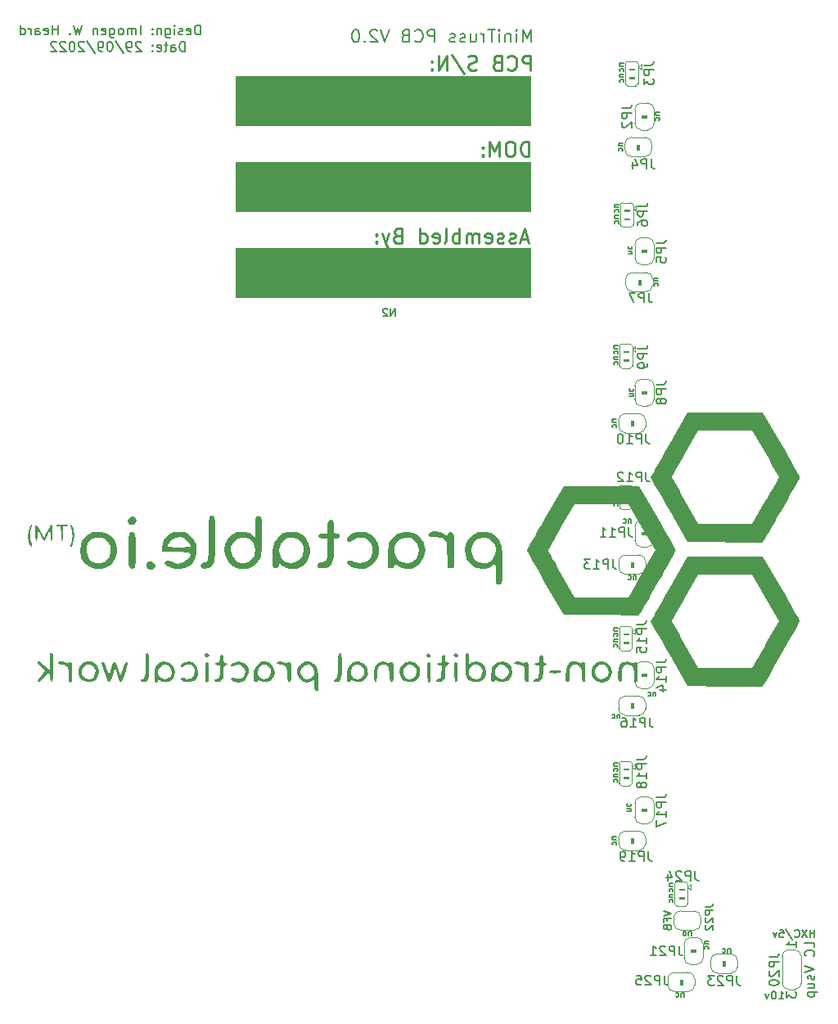
<source format=gbr>
%TF.GenerationSoftware,KiCad,Pcbnew,(6.0.0)*%
%TF.CreationDate,2022-09-29T10:08:53+01:00*%
%TF.ProjectId,truss_PCB,74727573-735f-4504-9342-2e6b69636164,rev?*%
%TF.SameCoordinates,Original*%
%TF.FileFunction,Legend,Bot*%
%TF.FilePolarity,Positive*%
%FSLAX46Y46*%
G04 Gerber Fmt 4.6, Leading zero omitted, Abs format (unit mm)*
G04 Created by KiCad (PCBNEW (6.0.0)) date 2022-09-29 10:08:53*
%MOMM*%
%LPD*%
G01*
G04 APERTURE LIST*
%ADD10C,0.150000*%
%ADD11C,0.200000*%
%ADD12C,0.250000*%
%ADD13C,0.120000*%
G04 APERTURE END LIST*
D10*
X136920714Y-40457380D02*
X136920714Y-39457380D01*
X136682619Y-39457380D01*
X136539761Y-39505000D01*
X136444523Y-39600238D01*
X136396904Y-39695476D01*
X136349285Y-39885952D01*
X136349285Y-40028809D01*
X136396904Y-40219285D01*
X136444523Y-40314523D01*
X136539761Y-40409761D01*
X136682619Y-40457380D01*
X136920714Y-40457380D01*
X135539761Y-40409761D02*
X135635000Y-40457380D01*
X135825476Y-40457380D01*
X135920714Y-40409761D01*
X135968333Y-40314523D01*
X135968333Y-39933571D01*
X135920714Y-39838333D01*
X135825476Y-39790714D01*
X135635000Y-39790714D01*
X135539761Y-39838333D01*
X135492142Y-39933571D01*
X135492142Y-40028809D01*
X135968333Y-40124047D01*
X135111190Y-40409761D02*
X135015952Y-40457380D01*
X134825476Y-40457380D01*
X134730238Y-40409761D01*
X134682619Y-40314523D01*
X134682619Y-40266904D01*
X134730238Y-40171666D01*
X134825476Y-40124047D01*
X134968333Y-40124047D01*
X135063571Y-40076428D01*
X135111190Y-39981190D01*
X135111190Y-39933571D01*
X135063571Y-39838333D01*
X134968333Y-39790714D01*
X134825476Y-39790714D01*
X134730238Y-39838333D01*
X134254047Y-40457380D02*
X134254047Y-39790714D01*
X134254047Y-39457380D02*
X134301666Y-39505000D01*
X134254047Y-39552619D01*
X134206428Y-39505000D01*
X134254047Y-39457380D01*
X134254047Y-39552619D01*
X133349285Y-39790714D02*
X133349285Y-40600238D01*
X133396904Y-40695476D01*
X133444523Y-40743095D01*
X133539761Y-40790714D01*
X133682619Y-40790714D01*
X133777857Y-40743095D01*
X133349285Y-40409761D02*
X133444523Y-40457380D01*
X133635000Y-40457380D01*
X133730238Y-40409761D01*
X133777857Y-40362142D01*
X133825476Y-40266904D01*
X133825476Y-39981190D01*
X133777857Y-39885952D01*
X133730238Y-39838333D01*
X133635000Y-39790714D01*
X133444523Y-39790714D01*
X133349285Y-39838333D01*
X132873095Y-39790714D02*
X132873095Y-40457380D01*
X132873095Y-39885952D02*
X132825476Y-39838333D01*
X132730238Y-39790714D01*
X132587380Y-39790714D01*
X132492142Y-39838333D01*
X132444523Y-39933571D01*
X132444523Y-40457380D01*
X131968333Y-40362142D02*
X131920714Y-40409761D01*
X131968333Y-40457380D01*
X132015952Y-40409761D01*
X131968333Y-40362142D01*
X131968333Y-40457380D01*
X131968333Y-39838333D02*
X131920714Y-39885952D01*
X131968333Y-39933571D01*
X132015952Y-39885952D01*
X131968333Y-39838333D01*
X131968333Y-39933571D01*
X130730238Y-40457380D02*
X130730238Y-39457380D01*
X130254047Y-40457380D02*
X130254047Y-39790714D01*
X130254047Y-39885952D02*
X130206428Y-39838333D01*
X130111190Y-39790714D01*
X129968333Y-39790714D01*
X129873095Y-39838333D01*
X129825476Y-39933571D01*
X129825476Y-40457380D01*
X129825476Y-39933571D02*
X129777857Y-39838333D01*
X129682619Y-39790714D01*
X129539761Y-39790714D01*
X129444523Y-39838333D01*
X129396904Y-39933571D01*
X129396904Y-40457380D01*
X128777857Y-40457380D02*
X128873095Y-40409761D01*
X128920714Y-40362142D01*
X128968333Y-40266904D01*
X128968333Y-39981190D01*
X128920714Y-39885952D01*
X128873095Y-39838333D01*
X128777857Y-39790714D01*
X128635000Y-39790714D01*
X128539761Y-39838333D01*
X128492142Y-39885952D01*
X128444523Y-39981190D01*
X128444523Y-40266904D01*
X128492142Y-40362142D01*
X128539761Y-40409761D01*
X128635000Y-40457380D01*
X128777857Y-40457380D01*
X127587380Y-39790714D02*
X127587380Y-40600238D01*
X127635000Y-40695476D01*
X127682619Y-40743095D01*
X127777857Y-40790714D01*
X127920714Y-40790714D01*
X128015952Y-40743095D01*
X127587380Y-40409761D02*
X127682619Y-40457380D01*
X127873095Y-40457380D01*
X127968333Y-40409761D01*
X128015952Y-40362142D01*
X128063571Y-40266904D01*
X128063571Y-39981190D01*
X128015952Y-39885952D01*
X127968333Y-39838333D01*
X127873095Y-39790714D01*
X127682619Y-39790714D01*
X127587380Y-39838333D01*
X126730238Y-40409761D02*
X126825476Y-40457380D01*
X127015952Y-40457380D01*
X127111190Y-40409761D01*
X127158809Y-40314523D01*
X127158809Y-39933571D01*
X127111190Y-39838333D01*
X127015952Y-39790714D01*
X126825476Y-39790714D01*
X126730238Y-39838333D01*
X126682619Y-39933571D01*
X126682619Y-40028809D01*
X127158809Y-40124047D01*
X126254047Y-39790714D02*
X126254047Y-40457380D01*
X126254047Y-39885952D02*
X126206428Y-39838333D01*
X126111190Y-39790714D01*
X125968333Y-39790714D01*
X125873095Y-39838333D01*
X125825476Y-39933571D01*
X125825476Y-40457380D01*
X124682619Y-39457380D02*
X124444523Y-40457380D01*
X124254047Y-39743095D01*
X124063571Y-40457380D01*
X123825476Y-39457380D01*
X123444523Y-40362142D02*
X123396904Y-40409761D01*
X123444523Y-40457380D01*
X123492142Y-40409761D01*
X123444523Y-40362142D01*
X123444523Y-40457380D01*
X122206428Y-40457380D02*
X122206428Y-39457380D01*
X122206428Y-39933571D02*
X121635000Y-39933571D01*
X121635000Y-40457380D02*
X121635000Y-39457380D01*
X120777857Y-40409761D02*
X120873095Y-40457380D01*
X121063571Y-40457380D01*
X121158809Y-40409761D01*
X121206428Y-40314523D01*
X121206428Y-39933571D01*
X121158809Y-39838333D01*
X121063571Y-39790714D01*
X120873095Y-39790714D01*
X120777857Y-39838333D01*
X120730238Y-39933571D01*
X120730238Y-40028809D01*
X121206428Y-40124047D01*
X119873095Y-40457380D02*
X119873095Y-39933571D01*
X119920714Y-39838333D01*
X120015952Y-39790714D01*
X120206428Y-39790714D01*
X120301666Y-39838333D01*
X119873095Y-40409761D02*
X119968333Y-40457380D01*
X120206428Y-40457380D01*
X120301666Y-40409761D01*
X120349285Y-40314523D01*
X120349285Y-40219285D01*
X120301666Y-40124047D01*
X120206428Y-40076428D01*
X119968333Y-40076428D01*
X119873095Y-40028809D01*
X119396904Y-40457380D02*
X119396904Y-39790714D01*
X119396904Y-39981190D02*
X119349285Y-39885952D01*
X119301666Y-39838333D01*
X119206428Y-39790714D01*
X119111190Y-39790714D01*
X118349285Y-40457380D02*
X118349285Y-39457380D01*
X118349285Y-40409761D02*
X118444523Y-40457380D01*
X118635000Y-40457380D01*
X118730238Y-40409761D01*
X118777857Y-40362142D01*
X118825476Y-40266904D01*
X118825476Y-39981190D01*
X118777857Y-39885952D01*
X118730238Y-39838333D01*
X118635000Y-39790714D01*
X118444523Y-39790714D01*
X118349285Y-39838333D01*
X135330906Y-42175740D02*
X135330906Y-41175740D01*
X135092811Y-41175740D01*
X134949954Y-41223360D01*
X134854716Y-41318598D01*
X134807097Y-41413836D01*
X134759478Y-41604312D01*
X134759478Y-41747169D01*
X134807097Y-41937645D01*
X134854716Y-42032883D01*
X134949954Y-42128121D01*
X135092811Y-42175740D01*
X135330906Y-42175740D01*
X133902335Y-42175740D02*
X133902335Y-41651931D01*
X133949954Y-41556693D01*
X134045192Y-41509074D01*
X134235668Y-41509074D01*
X134330906Y-41556693D01*
X133902335Y-42128121D02*
X133997573Y-42175740D01*
X134235668Y-42175740D01*
X134330906Y-42128121D01*
X134378525Y-42032883D01*
X134378525Y-41937645D01*
X134330906Y-41842407D01*
X134235668Y-41794788D01*
X133997573Y-41794788D01*
X133902335Y-41747169D01*
X133569002Y-41509074D02*
X133188049Y-41509074D01*
X133426145Y-41175740D02*
X133426145Y-42032883D01*
X133378525Y-42128121D01*
X133283287Y-42175740D01*
X133188049Y-42175740D01*
X132473764Y-42128121D02*
X132569002Y-42175740D01*
X132759478Y-42175740D01*
X132854716Y-42128121D01*
X132902335Y-42032883D01*
X132902335Y-41651931D01*
X132854716Y-41556693D01*
X132759478Y-41509074D01*
X132569002Y-41509074D01*
X132473764Y-41556693D01*
X132426145Y-41651931D01*
X132426145Y-41747169D01*
X132902335Y-41842407D01*
X131997573Y-42080502D02*
X131949954Y-42128121D01*
X131997573Y-42175740D01*
X132045192Y-42128121D01*
X131997573Y-42080502D01*
X131997573Y-42175740D01*
X131997573Y-41556693D02*
X131949954Y-41604312D01*
X131997573Y-41651931D01*
X132045192Y-41604312D01*
X131997573Y-41556693D01*
X131997573Y-41651931D01*
X130807097Y-41270979D02*
X130759478Y-41223360D01*
X130664240Y-41175740D01*
X130426145Y-41175740D01*
X130330906Y-41223360D01*
X130283287Y-41270979D01*
X130235668Y-41366217D01*
X130235668Y-41461455D01*
X130283287Y-41604312D01*
X130854716Y-42175740D01*
X130235668Y-42175740D01*
X129759478Y-42175740D02*
X129569002Y-42175740D01*
X129473764Y-42128121D01*
X129426145Y-42080502D01*
X129330906Y-41937645D01*
X129283287Y-41747169D01*
X129283287Y-41366217D01*
X129330906Y-41270979D01*
X129378525Y-41223360D01*
X129473764Y-41175740D01*
X129664240Y-41175740D01*
X129759478Y-41223360D01*
X129807097Y-41270979D01*
X129854716Y-41366217D01*
X129854716Y-41604312D01*
X129807097Y-41699550D01*
X129759478Y-41747169D01*
X129664240Y-41794788D01*
X129473764Y-41794788D01*
X129378525Y-41747169D01*
X129330906Y-41699550D01*
X129283287Y-41604312D01*
X128140430Y-41128121D02*
X128997573Y-42413836D01*
X127616621Y-41175740D02*
X127521383Y-41175740D01*
X127426145Y-41223360D01*
X127378525Y-41270979D01*
X127330906Y-41366217D01*
X127283287Y-41556693D01*
X127283287Y-41794788D01*
X127330906Y-41985264D01*
X127378525Y-42080502D01*
X127426145Y-42128121D01*
X127521383Y-42175740D01*
X127616621Y-42175740D01*
X127711859Y-42128121D01*
X127759478Y-42080502D01*
X127807097Y-41985264D01*
X127854716Y-41794788D01*
X127854716Y-41556693D01*
X127807097Y-41366217D01*
X127759478Y-41270979D01*
X127711859Y-41223360D01*
X127616621Y-41175740D01*
X126807097Y-42175740D02*
X126616621Y-42175740D01*
X126521383Y-42128121D01*
X126473764Y-42080502D01*
X126378525Y-41937645D01*
X126330906Y-41747169D01*
X126330906Y-41366217D01*
X126378525Y-41270979D01*
X126426145Y-41223360D01*
X126521383Y-41175740D01*
X126711859Y-41175740D01*
X126807097Y-41223360D01*
X126854716Y-41270979D01*
X126902335Y-41366217D01*
X126902335Y-41604312D01*
X126854716Y-41699550D01*
X126807097Y-41747169D01*
X126711859Y-41794788D01*
X126521383Y-41794788D01*
X126426145Y-41747169D01*
X126378525Y-41699550D01*
X126330906Y-41604312D01*
X125188049Y-41128121D02*
X126045192Y-42413836D01*
X124902335Y-41270979D02*
X124854716Y-41223360D01*
X124759478Y-41175740D01*
X124521383Y-41175740D01*
X124426145Y-41223360D01*
X124378525Y-41270979D01*
X124330906Y-41366217D01*
X124330906Y-41461455D01*
X124378525Y-41604312D01*
X124949954Y-42175740D01*
X124330906Y-42175740D01*
X123711859Y-41175740D02*
X123616621Y-41175740D01*
X123521383Y-41223360D01*
X123473764Y-41270979D01*
X123426145Y-41366217D01*
X123378525Y-41556693D01*
X123378525Y-41794788D01*
X123426145Y-41985264D01*
X123473764Y-42080502D01*
X123521383Y-42128121D01*
X123616621Y-42175740D01*
X123711859Y-42175740D01*
X123807097Y-42128121D01*
X123854716Y-42080502D01*
X123902335Y-41985264D01*
X123949954Y-41794788D01*
X123949954Y-41556693D01*
X123902335Y-41366217D01*
X123854716Y-41270979D01*
X123807097Y-41223360D01*
X123711859Y-41175740D01*
X122997573Y-41270979D02*
X122949954Y-41223360D01*
X122854716Y-41175740D01*
X122616621Y-41175740D01*
X122521383Y-41223360D01*
X122473764Y-41270979D01*
X122426145Y-41366217D01*
X122426145Y-41461455D01*
X122473764Y-41604312D01*
X123045192Y-42175740D01*
X122426145Y-42175740D01*
X122045192Y-41270979D02*
X121997573Y-41223360D01*
X121902335Y-41175740D01*
X121664240Y-41175740D01*
X121569002Y-41223360D01*
X121521383Y-41270979D01*
X121473764Y-41366217D01*
X121473764Y-41461455D01*
X121521383Y-41604312D01*
X122092811Y-42175740D01*
X121473764Y-42175740D01*
D11*
X171148809Y-41228095D02*
X171148809Y-39928095D01*
X170715476Y-40856666D01*
X170282142Y-39928095D01*
X170282142Y-41228095D01*
X169663095Y-41228095D02*
X169663095Y-40361428D01*
X169663095Y-39928095D02*
X169725000Y-39990000D01*
X169663095Y-40051904D01*
X169601190Y-39990000D01*
X169663095Y-39928095D01*
X169663095Y-40051904D01*
X169044047Y-40361428D02*
X169044047Y-41228095D01*
X169044047Y-40485238D02*
X168982142Y-40423333D01*
X168858333Y-40361428D01*
X168672619Y-40361428D01*
X168548809Y-40423333D01*
X168486904Y-40547142D01*
X168486904Y-41228095D01*
X167867857Y-41228095D02*
X167867857Y-40361428D01*
X167867857Y-39928095D02*
X167929761Y-39990000D01*
X167867857Y-40051904D01*
X167805952Y-39990000D01*
X167867857Y-39928095D01*
X167867857Y-40051904D01*
X167434523Y-39928095D02*
X166691666Y-39928095D01*
X167063095Y-41228095D02*
X167063095Y-39928095D01*
X166258333Y-41228095D02*
X166258333Y-40361428D01*
X166258333Y-40609047D02*
X166196428Y-40485238D01*
X166134523Y-40423333D01*
X166010714Y-40361428D01*
X165886904Y-40361428D01*
X164896428Y-40361428D02*
X164896428Y-41228095D01*
X165453571Y-40361428D02*
X165453571Y-41042380D01*
X165391666Y-41166190D01*
X165267857Y-41228095D01*
X165082142Y-41228095D01*
X164958333Y-41166190D01*
X164896428Y-41104285D01*
X164339285Y-41166190D02*
X164215476Y-41228095D01*
X163967857Y-41228095D01*
X163844047Y-41166190D01*
X163782142Y-41042380D01*
X163782142Y-40980476D01*
X163844047Y-40856666D01*
X163967857Y-40794761D01*
X164153571Y-40794761D01*
X164277380Y-40732857D01*
X164339285Y-40609047D01*
X164339285Y-40547142D01*
X164277380Y-40423333D01*
X164153571Y-40361428D01*
X163967857Y-40361428D01*
X163844047Y-40423333D01*
X163286904Y-41166190D02*
X163163095Y-41228095D01*
X162915476Y-41228095D01*
X162791666Y-41166190D01*
X162729761Y-41042380D01*
X162729761Y-40980476D01*
X162791666Y-40856666D01*
X162915476Y-40794761D01*
X163101190Y-40794761D01*
X163225000Y-40732857D01*
X163286904Y-40609047D01*
X163286904Y-40547142D01*
X163225000Y-40423333D01*
X163101190Y-40361428D01*
X162915476Y-40361428D01*
X162791666Y-40423333D01*
X161182142Y-41228095D02*
X161182142Y-39928095D01*
X160686904Y-39928095D01*
X160563095Y-39990000D01*
X160501190Y-40051904D01*
X160439285Y-40175714D01*
X160439285Y-40361428D01*
X160501190Y-40485238D01*
X160563095Y-40547142D01*
X160686904Y-40609047D01*
X161182142Y-40609047D01*
X159139285Y-41104285D02*
X159201190Y-41166190D01*
X159386904Y-41228095D01*
X159510714Y-41228095D01*
X159696428Y-41166190D01*
X159820238Y-41042380D01*
X159882142Y-40918571D01*
X159944047Y-40670952D01*
X159944047Y-40485238D01*
X159882142Y-40237619D01*
X159820238Y-40113809D01*
X159696428Y-39990000D01*
X159510714Y-39928095D01*
X159386904Y-39928095D01*
X159201190Y-39990000D01*
X159139285Y-40051904D01*
X158148809Y-40547142D02*
X157963095Y-40609047D01*
X157901190Y-40670952D01*
X157839285Y-40794761D01*
X157839285Y-40980476D01*
X157901190Y-41104285D01*
X157963095Y-41166190D01*
X158086904Y-41228095D01*
X158582142Y-41228095D01*
X158582142Y-39928095D01*
X158148809Y-39928095D01*
X158025000Y-39990000D01*
X157963095Y-40051904D01*
X157901190Y-40175714D01*
X157901190Y-40299523D01*
X157963095Y-40423333D01*
X158025000Y-40485238D01*
X158148809Y-40547142D01*
X158582142Y-40547142D01*
X156477380Y-39928095D02*
X156044047Y-41228095D01*
X155610714Y-39928095D01*
X155239285Y-40051904D02*
X155177380Y-39990000D01*
X155053571Y-39928095D01*
X154744047Y-39928095D01*
X154620238Y-39990000D01*
X154558333Y-40051904D01*
X154496428Y-40175714D01*
X154496428Y-40299523D01*
X154558333Y-40485238D01*
X155301190Y-41228095D01*
X154496428Y-41228095D01*
X153939285Y-41104285D02*
X153877380Y-41166190D01*
X153939285Y-41228095D01*
X154001190Y-41166190D01*
X153939285Y-41104285D01*
X153939285Y-41228095D01*
X153072619Y-39928095D02*
X152948809Y-39928095D01*
X152825000Y-39990000D01*
X152763095Y-40051904D01*
X152701190Y-40175714D01*
X152639285Y-40423333D01*
X152639285Y-40732857D01*
X152701190Y-40980476D01*
X152763095Y-41104285D01*
X152825000Y-41166190D01*
X152948809Y-41228095D01*
X153072619Y-41228095D01*
X153196428Y-41166190D01*
X153258333Y-41104285D01*
X153320238Y-40980476D01*
X153382142Y-40732857D01*
X153382142Y-40423333D01*
X153320238Y-40175714D01*
X153258333Y-40051904D01*
X153196428Y-39990000D01*
X153072619Y-39928095D01*
D10*
X200488285Y-133838904D02*
X200488285Y-133038904D01*
X200488285Y-133419857D02*
X200031142Y-133419857D01*
X200031142Y-133838904D02*
X200031142Y-133038904D01*
X199726380Y-133038904D02*
X199193047Y-133838904D01*
X199193047Y-133038904D02*
X199726380Y-133838904D01*
X198431142Y-133762714D02*
X198469238Y-133800809D01*
X198583523Y-133838904D01*
X198659714Y-133838904D01*
X198774000Y-133800809D01*
X198850190Y-133724619D01*
X198888285Y-133648428D01*
X198926380Y-133496047D01*
X198926380Y-133381761D01*
X198888285Y-133229380D01*
X198850190Y-133153190D01*
X198774000Y-133077000D01*
X198659714Y-133038904D01*
X198583523Y-133038904D01*
X198469238Y-133077000D01*
X198431142Y-133115095D01*
X197516857Y-133000809D02*
X198202571Y-134029380D01*
X196869238Y-133038904D02*
X197250190Y-133038904D01*
X197288285Y-133419857D01*
X197250190Y-133381761D01*
X197174000Y-133343666D01*
X196983523Y-133343666D01*
X196907333Y-133381761D01*
X196869238Y-133419857D01*
X196831142Y-133496047D01*
X196831142Y-133686523D01*
X196869238Y-133762714D01*
X196907333Y-133800809D01*
X196983523Y-133838904D01*
X197174000Y-133838904D01*
X197250190Y-133800809D01*
X197288285Y-133762714D01*
X196564476Y-133305571D02*
X196374000Y-133838904D01*
X196183523Y-133305571D01*
X196799142Y-140188904D02*
X197256285Y-140188904D01*
X197027714Y-140188904D02*
X197027714Y-139388904D01*
X197103904Y-139503190D01*
X197180095Y-139579380D01*
X197256285Y-139617476D01*
X196303904Y-139388904D02*
X196227714Y-139388904D01*
X196151523Y-139427000D01*
X196113428Y-139465095D01*
X196075333Y-139541285D01*
X196037238Y-139693666D01*
X196037238Y-139884142D01*
X196075333Y-140036523D01*
X196113428Y-140112714D01*
X196151523Y-140150809D01*
X196227714Y-140188904D01*
X196303904Y-140188904D01*
X196380095Y-140150809D01*
X196418190Y-140112714D01*
X196456285Y-140036523D01*
X196494380Y-139884142D01*
X196494380Y-139693666D01*
X196456285Y-139541285D01*
X196418190Y-139465095D01*
X196380095Y-139427000D01*
X196303904Y-139388904D01*
X195770571Y-139655571D02*
X195580095Y-140188904D01*
X195389619Y-139655571D01*
%TO.C,JP14*%
X184132380Y-105385476D02*
X184846666Y-105385476D01*
X184989523Y-105337857D01*
X185084761Y-105242619D01*
X185132380Y-105099761D01*
X185132380Y-105004523D01*
X185132380Y-105861666D02*
X184132380Y-105861666D01*
X184132380Y-106242619D01*
X184180000Y-106337857D01*
X184227619Y-106385476D01*
X184322857Y-106433095D01*
X184465714Y-106433095D01*
X184560952Y-106385476D01*
X184608571Y-106337857D01*
X184656190Y-106242619D01*
X184656190Y-105861666D01*
X185132380Y-107385476D02*
X185132380Y-106814047D01*
X185132380Y-107099761D02*
X184132380Y-107099761D01*
X184275238Y-107004523D01*
X184370476Y-106909285D01*
X184418095Y-106814047D01*
X184465714Y-108242619D02*
X185132380Y-108242619D01*
X184084761Y-108004523D02*
X184799047Y-107766428D01*
X184799047Y-108385476D01*
X184027714Y-108456428D02*
X184027714Y-108856428D01*
X184027714Y-108513571D02*
X183999142Y-108485000D01*
X183942000Y-108456428D01*
X183856285Y-108456428D01*
X183799142Y-108485000D01*
X183770571Y-108542142D01*
X183770571Y-108856428D01*
X183227714Y-108827857D02*
X183284857Y-108856428D01*
X183399142Y-108856428D01*
X183456285Y-108827857D01*
X183484857Y-108799285D01*
X183513428Y-108742142D01*
X183513428Y-108570714D01*
X183484857Y-108513571D01*
X183456285Y-108485000D01*
X183399142Y-108456428D01*
X183284857Y-108456428D01*
X183227714Y-108485000D01*
%TO.C,JP8*%
X184132380Y-76636666D02*
X184846666Y-76636666D01*
X184989523Y-76589047D01*
X185084761Y-76493809D01*
X185132380Y-76350952D01*
X185132380Y-76255714D01*
X185132380Y-77112857D02*
X184132380Y-77112857D01*
X184132380Y-77493809D01*
X184180000Y-77589047D01*
X184227619Y-77636666D01*
X184322857Y-77684285D01*
X184465714Y-77684285D01*
X184560952Y-77636666D01*
X184608571Y-77589047D01*
X184656190Y-77493809D01*
X184656190Y-77112857D01*
X184560952Y-78255714D02*
X184513333Y-78160476D01*
X184465714Y-78112857D01*
X184370476Y-78065238D01*
X184322857Y-78065238D01*
X184227619Y-78112857D01*
X184180000Y-78160476D01*
X184132380Y-78255714D01*
X184132380Y-78446190D01*
X184180000Y-78541428D01*
X184227619Y-78589047D01*
X184322857Y-78636666D01*
X184370476Y-78636666D01*
X184465714Y-78589047D01*
X184513333Y-78541428D01*
X184560952Y-78446190D01*
X184560952Y-78255714D01*
X184608571Y-78160476D01*
X184656190Y-78112857D01*
X184751428Y-78065238D01*
X184941904Y-78065238D01*
X185037142Y-78112857D01*
X185084761Y-78160476D01*
X185132380Y-78255714D01*
X185132380Y-78446190D01*
X185084761Y-78541428D01*
X185037142Y-78589047D01*
X184941904Y-78636666D01*
X184751428Y-78636666D01*
X184656190Y-78589047D01*
X184608571Y-78541428D01*
X184560952Y-78446190D01*
X181738571Y-77855714D02*
X181338571Y-77855714D01*
X181681428Y-77855714D02*
X181710000Y-77827142D01*
X181738571Y-77770000D01*
X181738571Y-77684285D01*
X181710000Y-77627142D01*
X181652857Y-77598571D01*
X181338571Y-77598571D01*
X181367142Y-77055714D02*
X181338571Y-77112857D01*
X181338571Y-77227142D01*
X181367142Y-77284285D01*
X181395714Y-77312857D01*
X181452857Y-77341428D01*
X181624285Y-77341428D01*
X181681428Y-77312857D01*
X181710000Y-77284285D01*
X181738571Y-77227142D01*
X181738571Y-77112857D01*
X181710000Y-77055714D01*
%TO.C,N2*%
X157073523Y-69576904D02*
X157073523Y-68776904D01*
X156616380Y-69576904D01*
X156616380Y-68776904D01*
X156273523Y-68853095D02*
X156235428Y-68815000D01*
X156159238Y-68776904D01*
X155968761Y-68776904D01*
X155892571Y-68815000D01*
X155854476Y-68853095D01*
X155816380Y-68929285D01*
X155816380Y-69005476D01*
X155854476Y-69119761D01*
X156311619Y-69576904D01*
X155816380Y-69576904D01*
%TO.C,JP15*%
X182078380Y-101433476D02*
X182792666Y-101433476D01*
X182935523Y-101385857D01*
X183030761Y-101290619D01*
X183078380Y-101147761D01*
X183078380Y-101052523D01*
X183078380Y-101909666D02*
X182078380Y-101909666D01*
X182078380Y-102290619D01*
X182126000Y-102385857D01*
X182173619Y-102433476D01*
X182268857Y-102481095D01*
X182411714Y-102481095D01*
X182506952Y-102433476D01*
X182554571Y-102385857D01*
X182602190Y-102290619D01*
X182602190Y-101909666D01*
X183078380Y-103433476D02*
X183078380Y-102862047D01*
X183078380Y-103147761D02*
X182078380Y-103147761D01*
X182221238Y-103052523D01*
X182316476Y-102957285D01*
X182364095Y-102862047D01*
X182078380Y-104338238D02*
X182078380Y-103862047D01*
X182554571Y-103814428D01*
X182506952Y-103862047D01*
X182459333Y-103957285D01*
X182459333Y-104195380D01*
X182506952Y-104290619D01*
X182554571Y-104338238D01*
X182649809Y-104385857D01*
X182887904Y-104385857D01*
X182983142Y-104338238D01*
X183030761Y-104290619D01*
X183078380Y-104195380D01*
X183078380Y-103957285D01*
X183030761Y-103862047D01*
X182983142Y-103814428D01*
X179703428Y-101849285D02*
X180103428Y-101849285D01*
X179760571Y-101849285D02*
X179732000Y-101877857D01*
X179703428Y-101935000D01*
X179703428Y-102020714D01*
X179732000Y-102077857D01*
X179789142Y-102106428D01*
X180103428Y-102106428D01*
X180074857Y-102649285D02*
X180103428Y-102592142D01*
X180103428Y-102477857D01*
X180074857Y-102420714D01*
X180046285Y-102392142D01*
X179989142Y-102363571D01*
X179817714Y-102363571D01*
X179760571Y-102392142D01*
X179732000Y-102420714D01*
X179703428Y-102477857D01*
X179703428Y-102592142D01*
X179732000Y-102649285D01*
X179703428Y-102992285D02*
X180103428Y-102992285D01*
X179760571Y-102992285D02*
X179732000Y-103020857D01*
X179703428Y-103078000D01*
X179703428Y-103163714D01*
X179732000Y-103220857D01*
X179789142Y-103249428D01*
X180103428Y-103249428D01*
X180074857Y-103792285D02*
X180103428Y-103735142D01*
X180103428Y-103620857D01*
X180074857Y-103563714D01*
X180046285Y-103535142D01*
X179989142Y-103506571D01*
X179817714Y-103506571D01*
X179760571Y-103535142D01*
X179732000Y-103563714D01*
X179703428Y-103620857D01*
X179703428Y-103735142D01*
X179732000Y-103792285D01*
%TO.C,JP21*%
X186475523Y-134707380D02*
X186475523Y-135421666D01*
X186523142Y-135564523D01*
X186618380Y-135659761D01*
X186761238Y-135707380D01*
X186856476Y-135707380D01*
X185999333Y-135707380D02*
X185999333Y-134707380D01*
X185618380Y-134707380D01*
X185523142Y-134755000D01*
X185475523Y-134802619D01*
X185427904Y-134897857D01*
X185427904Y-135040714D01*
X185475523Y-135135952D01*
X185523142Y-135183571D01*
X185618380Y-135231190D01*
X185999333Y-135231190D01*
X185046952Y-134802619D02*
X184999333Y-134755000D01*
X184904095Y-134707380D01*
X184666000Y-134707380D01*
X184570761Y-134755000D01*
X184523142Y-134802619D01*
X184475523Y-134897857D01*
X184475523Y-134993095D01*
X184523142Y-135135952D01*
X185094571Y-135707380D01*
X184475523Y-135707380D01*
X183523142Y-135707380D02*
X184094571Y-135707380D01*
X183808857Y-135707380D02*
X183808857Y-134707380D01*
X183904095Y-134850238D01*
X183999333Y-134945476D01*
X184094571Y-134993095D01*
X189101428Y-134234285D02*
X189501428Y-134234285D01*
X189158571Y-134234285D02*
X189130000Y-134262857D01*
X189101428Y-134320000D01*
X189101428Y-134405714D01*
X189130000Y-134462857D01*
X189187142Y-134491428D01*
X189501428Y-134491428D01*
X189472857Y-135034285D02*
X189501428Y-134977142D01*
X189501428Y-134862857D01*
X189472857Y-134805714D01*
X189444285Y-134777142D01*
X189387142Y-134748571D01*
X189215714Y-134748571D01*
X189158571Y-134777142D01*
X189130000Y-134805714D01*
X189101428Y-134862857D01*
X189101428Y-134977142D01*
X189130000Y-135034285D01*
%TO.C,JP10*%
X183046523Y-81748380D02*
X183046523Y-82462666D01*
X183094142Y-82605523D01*
X183189380Y-82700761D01*
X183332238Y-82748380D01*
X183427476Y-82748380D01*
X182570333Y-82748380D02*
X182570333Y-81748380D01*
X182189380Y-81748380D01*
X182094142Y-81796000D01*
X182046523Y-81843619D01*
X181998904Y-81938857D01*
X181998904Y-82081714D01*
X182046523Y-82176952D01*
X182094142Y-82224571D01*
X182189380Y-82272190D01*
X182570333Y-82272190D01*
X181046523Y-82748380D02*
X181617952Y-82748380D01*
X181332238Y-82748380D02*
X181332238Y-81748380D01*
X181427476Y-81891238D01*
X181522714Y-81986476D01*
X181617952Y-82034095D01*
X180427476Y-81748380D02*
X180332238Y-81748380D01*
X180237000Y-81796000D01*
X180189380Y-81843619D01*
X180141761Y-81938857D01*
X180094142Y-82129333D01*
X180094142Y-82367428D01*
X180141761Y-82557904D01*
X180189380Y-82653142D01*
X180237000Y-82700761D01*
X180332238Y-82748380D01*
X180427476Y-82748380D01*
X180522714Y-82700761D01*
X180570333Y-82653142D01*
X180617952Y-82557904D01*
X180665571Y-82367428D01*
X180665571Y-82129333D01*
X180617952Y-81938857D01*
X180570333Y-81843619D01*
X180522714Y-81796000D01*
X180427476Y-81748380D01*
X179576428Y-80259285D02*
X179976428Y-80259285D01*
X179633571Y-80259285D02*
X179605000Y-80287857D01*
X179576428Y-80345000D01*
X179576428Y-80430714D01*
X179605000Y-80487857D01*
X179662142Y-80516428D01*
X179976428Y-80516428D01*
X179947857Y-81059285D02*
X179976428Y-81002142D01*
X179976428Y-80887857D01*
X179947857Y-80830714D01*
X179919285Y-80802142D01*
X179862142Y-80773571D01*
X179690714Y-80773571D01*
X179633571Y-80802142D01*
X179605000Y-80830714D01*
X179576428Y-80887857D01*
X179576428Y-81002142D01*
X179605000Y-81059285D01*
%TO.C,JP11*%
X181268523Y-91400380D02*
X181268523Y-92114666D01*
X181316142Y-92257523D01*
X181411380Y-92352761D01*
X181554238Y-92400380D01*
X181649476Y-92400380D01*
X180792333Y-92400380D02*
X180792333Y-91400380D01*
X180411380Y-91400380D01*
X180316142Y-91448000D01*
X180268523Y-91495619D01*
X180220904Y-91590857D01*
X180220904Y-91733714D01*
X180268523Y-91828952D01*
X180316142Y-91876571D01*
X180411380Y-91924190D01*
X180792333Y-91924190D01*
X179268523Y-92400380D02*
X179839952Y-92400380D01*
X179554238Y-92400380D02*
X179554238Y-91400380D01*
X179649476Y-91543238D01*
X179744714Y-91638476D01*
X179839952Y-91686095D01*
X178316142Y-92400380D02*
X178887571Y-92400380D01*
X178601857Y-92400380D02*
X178601857Y-91400380D01*
X178697095Y-91543238D01*
X178792333Y-91638476D01*
X178887571Y-91686095D01*
X181487714Y-90549428D02*
X181487714Y-90949428D01*
X181487714Y-90606571D02*
X181459142Y-90578000D01*
X181402000Y-90549428D01*
X181316285Y-90549428D01*
X181259142Y-90578000D01*
X181230571Y-90635142D01*
X181230571Y-90949428D01*
X180687714Y-90920857D02*
X180744857Y-90949428D01*
X180859142Y-90949428D01*
X180916285Y-90920857D01*
X180944857Y-90892285D01*
X180973428Y-90835142D01*
X180973428Y-90663714D01*
X180944857Y-90606571D01*
X180916285Y-90578000D01*
X180859142Y-90549428D01*
X180744857Y-90549428D01*
X180687714Y-90578000D01*
%TO.C,JP7*%
X183332333Y-67143380D02*
X183332333Y-67857666D01*
X183379952Y-68000523D01*
X183475190Y-68095761D01*
X183618047Y-68143380D01*
X183713285Y-68143380D01*
X182856142Y-68143380D02*
X182856142Y-67143380D01*
X182475190Y-67143380D01*
X182379952Y-67191000D01*
X182332333Y-67238619D01*
X182284714Y-67333857D01*
X182284714Y-67476714D01*
X182332333Y-67571952D01*
X182379952Y-67619571D01*
X182475190Y-67667190D01*
X182856142Y-67667190D01*
X181951380Y-67143380D02*
X181284714Y-67143380D01*
X181713285Y-68143380D01*
X183894428Y-65654285D02*
X184294428Y-65654285D01*
X183951571Y-65654285D02*
X183923000Y-65682857D01*
X183894428Y-65740000D01*
X183894428Y-65825714D01*
X183923000Y-65882857D01*
X183980142Y-65911428D01*
X184294428Y-65911428D01*
X184265857Y-66454285D02*
X184294428Y-66397142D01*
X184294428Y-66282857D01*
X184265857Y-66225714D01*
X184237285Y-66197142D01*
X184180142Y-66168571D01*
X184008714Y-66168571D01*
X183951571Y-66197142D01*
X183923000Y-66225714D01*
X183894428Y-66282857D01*
X183894428Y-66397142D01*
X183923000Y-66454285D01*
%TO.C,JP16*%
X183427523Y-111085380D02*
X183427523Y-111799666D01*
X183475142Y-111942523D01*
X183570380Y-112037761D01*
X183713238Y-112085380D01*
X183808476Y-112085380D01*
X182951333Y-112085380D02*
X182951333Y-111085380D01*
X182570380Y-111085380D01*
X182475142Y-111133000D01*
X182427523Y-111180619D01*
X182379904Y-111275857D01*
X182379904Y-111418714D01*
X182427523Y-111513952D01*
X182475142Y-111561571D01*
X182570380Y-111609190D01*
X182951333Y-111609190D01*
X181427523Y-112085380D02*
X181998952Y-112085380D01*
X181713238Y-112085380D02*
X181713238Y-111085380D01*
X181808476Y-111228238D01*
X181903714Y-111323476D01*
X181998952Y-111371095D01*
X180570380Y-111085380D02*
X180760857Y-111085380D01*
X180856095Y-111133000D01*
X180903714Y-111180619D01*
X180998952Y-111323476D01*
X181046571Y-111513952D01*
X181046571Y-111894904D01*
X180998952Y-111990142D01*
X180951333Y-112037761D01*
X180856095Y-112085380D01*
X180665619Y-112085380D01*
X180570380Y-112037761D01*
X180522761Y-111990142D01*
X180475142Y-111894904D01*
X180475142Y-111656809D01*
X180522761Y-111561571D01*
X180570380Y-111513952D01*
X180665619Y-111466333D01*
X180856095Y-111466333D01*
X180951333Y-111513952D01*
X180998952Y-111561571D01*
X181046571Y-111656809D01*
X180329714Y-110742428D02*
X180329714Y-111142428D01*
X180329714Y-110799571D02*
X180301142Y-110771000D01*
X180244000Y-110742428D01*
X180158285Y-110742428D01*
X180101142Y-110771000D01*
X180072571Y-110828142D01*
X180072571Y-111142428D01*
X179529714Y-111113857D02*
X179586857Y-111142428D01*
X179701142Y-111142428D01*
X179758285Y-111113857D01*
X179786857Y-111085285D01*
X179815428Y-111028142D01*
X179815428Y-110856714D01*
X179786857Y-110799571D01*
X179758285Y-110771000D01*
X179701142Y-110742428D01*
X179586857Y-110742428D01*
X179529714Y-110771000D01*
%TO.C,JP13*%
X179617523Y-94702380D02*
X179617523Y-95416666D01*
X179665142Y-95559523D01*
X179760380Y-95654761D01*
X179903238Y-95702380D01*
X179998476Y-95702380D01*
X179141333Y-95702380D02*
X179141333Y-94702380D01*
X178760380Y-94702380D01*
X178665142Y-94750000D01*
X178617523Y-94797619D01*
X178569904Y-94892857D01*
X178569904Y-95035714D01*
X178617523Y-95130952D01*
X178665142Y-95178571D01*
X178760380Y-95226190D01*
X179141333Y-95226190D01*
X177617523Y-95702380D02*
X178188952Y-95702380D01*
X177903238Y-95702380D02*
X177903238Y-94702380D01*
X177998476Y-94845238D01*
X178093714Y-94940476D01*
X178188952Y-94988095D01*
X177284190Y-94702380D02*
X176665142Y-94702380D01*
X176998476Y-95083333D01*
X176855619Y-95083333D01*
X176760380Y-95130952D01*
X176712761Y-95178571D01*
X176665142Y-95273809D01*
X176665142Y-95511904D01*
X176712761Y-95607142D01*
X176760380Y-95654761D01*
X176855619Y-95702380D01*
X177141333Y-95702380D01*
X177236571Y-95654761D01*
X177284190Y-95607142D01*
X181995714Y-96391428D02*
X181995714Y-96791428D01*
X181995714Y-96448571D02*
X181967142Y-96420000D01*
X181910000Y-96391428D01*
X181824285Y-96391428D01*
X181767142Y-96420000D01*
X181738571Y-96477142D01*
X181738571Y-96791428D01*
X181195714Y-96762857D02*
X181252857Y-96791428D01*
X181367142Y-96791428D01*
X181424285Y-96762857D01*
X181452857Y-96734285D01*
X181481428Y-96677142D01*
X181481428Y-96505714D01*
X181452857Y-96448571D01*
X181424285Y-96420000D01*
X181367142Y-96391428D01*
X181252857Y-96391428D01*
X181195714Y-96420000D01*
%TO.C,JP25*%
X184951523Y-137755380D02*
X184951523Y-138469666D01*
X184999142Y-138612523D01*
X185094380Y-138707761D01*
X185237238Y-138755380D01*
X185332476Y-138755380D01*
X184475333Y-138755380D02*
X184475333Y-137755380D01*
X184094380Y-137755380D01*
X183999142Y-137803000D01*
X183951523Y-137850619D01*
X183903904Y-137945857D01*
X183903904Y-138088714D01*
X183951523Y-138183952D01*
X183999142Y-138231571D01*
X184094380Y-138279190D01*
X184475333Y-138279190D01*
X183522952Y-137850619D02*
X183475333Y-137803000D01*
X183380095Y-137755380D01*
X183142000Y-137755380D01*
X183046761Y-137803000D01*
X182999142Y-137850619D01*
X182951523Y-137945857D01*
X182951523Y-138041095D01*
X182999142Y-138183952D01*
X183570571Y-138755380D01*
X182951523Y-138755380D01*
X182046761Y-137755380D02*
X182522952Y-137755380D01*
X182570571Y-138231571D01*
X182522952Y-138183952D01*
X182427714Y-138136333D01*
X182189619Y-138136333D01*
X182094380Y-138183952D01*
X182046761Y-138231571D01*
X181999142Y-138326809D01*
X181999142Y-138564904D01*
X182046761Y-138660142D01*
X182094380Y-138707761D01*
X182189619Y-138755380D01*
X182427714Y-138755380D01*
X182522952Y-138707761D01*
X182570571Y-138660142D01*
X186948714Y-139571428D02*
X186948714Y-139971428D01*
X186948714Y-139628571D02*
X186920142Y-139600000D01*
X186863000Y-139571428D01*
X186777285Y-139571428D01*
X186720142Y-139600000D01*
X186691571Y-139657142D01*
X186691571Y-139971428D01*
X186148714Y-139942857D02*
X186205857Y-139971428D01*
X186320142Y-139971428D01*
X186377285Y-139942857D01*
X186405857Y-139914285D01*
X186434428Y-139857142D01*
X186434428Y-139685714D01*
X186405857Y-139628571D01*
X186377285Y-139600000D01*
X186320142Y-139571428D01*
X186205857Y-139571428D01*
X186148714Y-139600000D01*
%TO.C,JP6*%
X182205380Y-58221666D02*
X182919666Y-58221666D01*
X183062523Y-58174047D01*
X183157761Y-58078809D01*
X183205380Y-57935952D01*
X183205380Y-57840714D01*
X183205380Y-58697857D02*
X182205380Y-58697857D01*
X182205380Y-59078809D01*
X182253000Y-59174047D01*
X182300619Y-59221666D01*
X182395857Y-59269285D01*
X182538714Y-59269285D01*
X182633952Y-59221666D01*
X182681571Y-59174047D01*
X182729190Y-59078809D01*
X182729190Y-58697857D01*
X182205380Y-60126428D02*
X182205380Y-59935952D01*
X182253000Y-59840714D01*
X182300619Y-59793095D01*
X182443476Y-59697857D01*
X182633952Y-59650238D01*
X183014904Y-59650238D01*
X183110142Y-59697857D01*
X183157761Y-59745476D01*
X183205380Y-59840714D01*
X183205380Y-60031190D01*
X183157761Y-60126428D01*
X183110142Y-60174047D01*
X183014904Y-60221666D01*
X182776809Y-60221666D01*
X182681571Y-60174047D01*
X182633952Y-60126428D01*
X182586333Y-60031190D01*
X182586333Y-59840714D01*
X182633952Y-59745476D01*
X182681571Y-59697857D01*
X182776809Y-59650238D01*
X179804428Y-59177285D02*
X180204428Y-59177285D01*
X179861571Y-59177285D02*
X179833000Y-59205857D01*
X179804428Y-59263000D01*
X179804428Y-59348714D01*
X179833000Y-59405857D01*
X179890142Y-59434428D01*
X180204428Y-59434428D01*
X180175857Y-59977285D02*
X180204428Y-59920142D01*
X180204428Y-59805857D01*
X180175857Y-59748714D01*
X180147285Y-59720142D01*
X180090142Y-59691571D01*
X179918714Y-59691571D01*
X179861571Y-59720142D01*
X179833000Y-59748714D01*
X179804428Y-59805857D01*
X179804428Y-59920142D01*
X179833000Y-59977285D01*
X179804428Y-58034285D02*
X180204428Y-58034285D01*
X179861571Y-58034285D02*
X179833000Y-58062857D01*
X179804428Y-58120000D01*
X179804428Y-58205714D01*
X179833000Y-58262857D01*
X179890142Y-58291428D01*
X180204428Y-58291428D01*
X180175857Y-58834285D02*
X180204428Y-58777142D01*
X180204428Y-58662857D01*
X180175857Y-58605714D01*
X180147285Y-58577142D01*
X180090142Y-58548571D01*
X179918714Y-58548571D01*
X179861571Y-58577142D01*
X179833000Y-58605714D01*
X179804428Y-58662857D01*
X179804428Y-58777142D01*
X179833000Y-58834285D01*
%TO.C,JP12*%
X183046523Y-85685380D02*
X183046523Y-86399666D01*
X183094142Y-86542523D01*
X183189380Y-86637761D01*
X183332238Y-86685380D01*
X183427476Y-86685380D01*
X182570333Y-86685380D02*
X182570333Y-85685380D01*
X182189380Y-85685380D01*
X182094142Y-85733000D01*
X182046523Y-85780619D01*
X181998904Y-85875857D01*
X181998904Y-86018714D01*
X182046523Y-86113952D01*
X182094142Y-86161571D01*
X182189380Y-86209190D01*
X182570333Y-86209190D01*
X181046523Y-86685380D02*
X181617952Y-86685380D01*
X181332238Y-86685380D02*
X181332238Y-85685380D01*
X181427476Y-85828238D01*
X181522714Y-85923476D01*
X181617952Y-85971095D01*
X180665571Y-85780619D02*
X180617952Y-85733000D01*
X180522714Y-85685380D01*
X180284619Y-85685380D01*
X180189380Y-85733000D01*
X180141761Y-85780619D01*
X180094142Y-85875857D01*
X180094142Y-85971095D01*
X180141761Y-86113952D01*
X180713190Y-86685380D01*
X180094142Y-86685380D01*
X179729428Y-88387285D02*
X180129428Y-88387285D01*
X179786571Y-88387285D02*
X179758000Y-88415857D01*
X179729428Y-88473000D01*
X179729428Y-88558714D01*
X179758000Y-88615857D01*
X179815142Y-88644428D01*
X180129428Y-88644428D01*
X180100857Y-89187285D02*
X180129428Y-89130142D01*
X180129428Y-89015857D01*
X180100857Y-88958714D01*
X180072285Y-88930142D01*
X180015142Y-88901571D01*
X179843714Y-88901571D01*
X179786571Y-88930142D01*
X179758000Y-88958714D01*
X179729428Y-89015857D01*
X179729428Y-89130142D01*
X179758000Y-89187285D01*
X179729428Y-87244285D02*
X180129428Y-87244285D01*
X179786571Y-87244285D02*
X179758000Y-87272857D01*
X179729428Y-87330000D01*
X179729428Y-87415714D01*
X179758000Y-87472857D01*
X179815142Y-87501428D01*
X180129428Y-87501428D01*
X180100857Y-88044285D02*
X180129428Y-87987142D01*
X180129428Y-87872857D01*
X180100857Y-87815714D01*
X180072285Y-87787142D01*
X180015142Y-87758571D01*
X179843714Y-87758571D01*
X179786571Y-87787142D01*
X179758000Y-87815714D01*
X179729428Y-87872857D01*
X179729428Y-87987142D01*
X179758000Y-88044285D01*
%TO.C,JP4*%
X183586333Y-53300380D02*
X183586333Y-54014666D01*
X183633952Y-54157523D01*
X183729190Y-54252761D01*
X183872047Y-54300380D01*
X183967285Y-54300380D01*
X183110142Y-54300380D02*
X183110142Y-53300380D01*
X182729190Y-53300380D01*
X182633952Y-53348000D01*
X182586333Y-53395619D01*
X182538714Y-53490857D01*
X182538714Y-53633714D01*
X182586333Y-53728952D01*
X182633952Y-53776571D01*
X182729190Y-53824190D01*
X183110142Y-53824190D01*
X181681571Y-53633714D02*
X181681571Y-54300380D01*
X181919666Y-53252761D02*
X182157761Y-53967047D01*
X181538714Y-53967047D01*
X180211428Y-51684285D02*
X180611428Y-51684285D01*
X180268571Y-51684285D02*
X180240000Y-51712857D01*
X180211428Y-51770000D01*
X180211428Y-51855714D01*
X180240000Y-51912857D01*
X180297142Y-51941428D01*
X180611428Y-51941428D01*
X180582857Y-52484285D02*
X180611428Y-52427142D01*
X180611428Y-52312857D01*
X180582857Y-52255714D01*
X180554285Y-52227142D01*
X180497142Y-52198571D01*
X180325714Y-52198571D01*
X180268571Y-52227142D01*
X180240000Y-52255714D01*
X180211428Y-52312857D01*
X180211428Y-52427142D01*
X180240000Y-52484285D01*
%TO.C,JP20*%
X195772380Y-135850476D02*
X196486666Y-135850476D01*
X196629523Y-135802857D01*
X196724761Y-135707619D01*
X196772380Y-135564761D01*
X196772380Y-135469523D01*
X196772380Y-136326666D02*
X195772380Y-136326666D01*
X195772380Y-136707619D01*
X195820000Y-136802857D01*
X195867619Y-136850476D01*
X195962857Y-136898095D01*
X196105714Y-136898095D01*
X196200952Y-136850476D01*
X196248571Y-136802857D01*
X196296190Y-136707619D01*
X196296190Y-136326666D01*
X195867619Y-137279047D02*
X195820000Y-137326666D01*
X195772380Y-137421904D01*
X195772380Y-137660000D01*
X195820000Y-137755238D01*
X195867619Y-137802857D01*
X195962857Y-137850476D01*
X196058095Y-137850476D01*
X196200952Y-137802857D01*
X196772380Y-137231428D01*
X196772380Y-137850476D01*
X195772380Y-138469523D02*
X195772380Y-138564761D01*
X195820000Y-138660000D01*
X195867619Y-138707619D01*
X195962857Y-138755238D01*
X196153333Y-138802857D01*
X196391428Y-138802857D01*
X196581904Y-138755238D01*
X196677142Y-138707619D01*
X196724761Y-138660000D01*
X196772380Y-138564761D01*
X196772380Y-138469523D01*
X196724761Y-138374285D01*
X196677142Y-138326666D01*
X196581904Y-138279047D01*
X196391428Y-138231428D01*
X196153333Y-138231428D01*
X195962857Y-138279047D01*
X195867619Y-138326666D01*
X195820000Y-138374285D01*
X195772380Y-138469523D01*
X200472380Y-134850476D02*
X200472380Y-134374285D01*
X199472380Y-134374285D01*
X200377142Y-135755238D02*
X200424761Y-135707619D01*
X200472380Y-135564761D01*
X200472380Y-135469523D01*
X200424761Y-135326666D01*
X200329523Y-135231428D01*
X200234285Y-135183809D01*
X200043809Y-135136190D01*
X199900952Y-135136190D01*
X199710476Y-135183809D01*
X199615238Y-135231428D01*
X199520000Y-135326666D01*
X199472380Y-135469523D01*
X199472380Y-135564761D01*
X199520000Y-135707619D01*
X199567619Y-135755238D01*
X199472380Y-136802857D02*
X200472380Y-137136190D01*
X199472380Y-137469523D01*
X200424761Y-137755238D02*
X200472380Y-137850476D01*
X200472380Y-138040952D01*
X200424761Y-138136190D01*
X200329523Y-138183809D01*
X200281904Y-138183809D01*
X200186666Y-138136190D01*
X200139047Y-138040952D01*
X200139047Y-137898095D01*
X200091428Y-137802857D01*
X199996190Y-137755238D01*
X199948571Y-137755238D01*
X199853333Y-137802857D01*
X199805714Y-137898095D01*
X199805714Y-138040952D01*
X199853333Y-138136190D01*
X199805714Y-139040952D02*
X200472380Y-139040952D01*
X199805714Y-138612380D02*
X200329523Y-138612380D01*
X200424761Y-138660000D01*
X200472380Y-138755238D01*
X200472380Y-138898095D01*
X200424761Y-138993333D01*
X200377142Y-139040952D01*
X199805714Y-139517142D02*
X200805714Y-139517142D01*
X199853333Y-139517142D02*
X199805714Y-139612380D01*
X199805714Y-139802857D01*
X199853333Y-139898095D01*
X199900952Y-139945714D01*
X199996190Y-139993333D01*
X200281904Y-139993333D01*
X200377142Y-139945714D01*
X200424761Y-139898095D01*
X200472380Y-139802857D01*
X200472380Y-139612380D01*
X200424761Y-139517142D01*
X197572380Y-139426666D02*
X197572380Y-140045714D01*
X197953333Y-139712380D01*
X197953333Y-139855238D01*
X198000952Y-139950476D01*
X198048571Y-139998095D01*
X198143809Y-140045714D01*
X198381904Y-140045714D01*
X198477142Y-139998095D01*
X198524761Y-139950476D01*
X198572380Y-139855238D01*
X198572380Y-139569523D01*
X198524761Y-139474285D01*
X198477142Y-139426666D01*
X198572380Y-134845714D02*
X198572380Y-134274285D01*
X198572380Y-134560000D02*
X197572380Y-134560000D01*
X197715238Y-134464761D01*
X197810476Y-134369523D01*
X197858095Y-134274285D01*
%TO.C,JP18*%
X182078380Y-115403476D02*
X182792666Y-115403476D01*
X182935523Y-115355857D01*
X183030761Y-115260619D01*
X183078380Y-115117761D01*
X183078380Y-115022523D01*
X183078380Y-115879666D02*
X182078380Y-115879666D01*
X182078380Y-116260619D01*
X182126000Y-116355857D01*
X182173619Y-116403476D01*
X182268857Y-116451095D01*
X182411714Y-116451095D01*
X182506952Y-116403476D01*
X182554571Y-116355857D01*
X182602190Y-116260619D01*
X182602190Y-115879666D01*
X183078380Y-117403476D02*
X183078380Y-116832047D01*
X183078380Y-117117761D02*
X182078380Y-117117761D01*
X182221238Y-117022523D01*
X182316476Y-116927285D01*
X182364095Y-116832047D01*
X182506952Y-117974904D02*
X182459333Y-117879666D01*
X182411714Y-117832047D01*
X182316476Y-117784428D01*
X182268857Y-117784428D01*
X182173619Y-117832047D01*
X182126000Y-117879666D01*
X182078380Y-117974904D01*
X182078380Y-118165380D01*
X182126000Y-118260619D01*
X182173619Y-118308238D01*
X182268857Y-118355857D01*
X182316476Y-118355857D01*
X182411714Y-118308238D01*
X182459333Y-118260619D01*
X182506952Y-118165380D01*
X182506952Y-117974904D01*
X182554571Y-117879666D01*
X182602190Y-117832047D01*
X182697428Y-117784428D01*
X182887904Y-117784428D01*
X182983142Y-117832047D01*
X183030761Y-117879666D01*
X183078380Y-117974904D01*
X183078380Y-118165380D01*
X183030761Y-118260619D01*
X182983142Y-118308238D01*
X182887904Y-118355857D01*
X182697428Y-118355857D01*
X182602190Y-118308238D01*
X182554571Y-118260619D01*
X182506952Y-118165380D01*
X179703428Y-116962285D02*
X180103428Y-116962285D01*
X179760571Y-116962285D02*
X179732000Y-116990857D01*
X179703428Y-117048000D01*
X179703428Y-117133714D01*
X179732000Y-117190857D01*
X179789142Y-117219428D01*
X180103428Y-117219428D01*
X180074857Y-117762285D02*
X180103428Y-117705142D01*
X180103428Y-117590857D01*
X180074857Y-117533714D01*
X180046285Y-117505142D01*
X179989142Y-117476571D01*
X179817714Y-117476571D01*
X179760571Y-117505142D01*
X179732000Y-117533714D01*
X179703428Y-117590857D01*
X179703428Y-117705142D01*
X179732000Y-117762285D01*
X179703428Y-115819285D02*
X180103428Y-115819285D01*
X179760571Y-115819285D02*
X179732000Y-115847857D01*
X179703428Y-115905000D01*
X179703428Y-115990714D01*
X179732000Y-116047857D01*
X179789142Y-116076428D01*
X180103428Y-116076428D01*
X180074857Y-116619285D02*
X180103428Y-116562142D01*
X180103428Y-116447857D01*
X180074857Y-116390714D01*
X180046285Y-116362142D01*
X179989142Y-116333571D01*
X179817714Y-116333571D01*
X179760571Y-116362142D01*
X179732000Y-116390714D01*
X179703428Y-116447857D01*
X179703428Y-116562142D01*
X179732000Y-116619285D01*
%TO.C,JP17*%
X184132380Y-119355476D02*
X184846666Y-119355476D01*
X184989523Y-119307857D01*
X185084761Y-119212619D01*
X185132380Y-119069761D01*
X185132380Y-118974523D01*
X185132380Y-119831666D02*
X184132380Y-119831666D01*
X184132380Y-120212619D01*
X184180000Y-120307857D01*
X184227619Y-120355476D01*
X184322857Y-120403095D01*
X184465714Y-120403095D01*
X184560952Y-120355476D01*
X184608571Y-120307857D01*
X184656190Y-120212619D01*
X184656190Y-119831666D01*
X185132380Y-121355476D02*
X185132380Y-120784047D01*
X185132380Y-121069761D02*
X184132380Y-121069761D01*
X184275238Y-120974523D01*
X184370476Y-120879285D01*
X184418095Y-120784047D01*
X184132380Y-121688809D02*
X184132380Y-122355476D01*
X185132380Y-121926904D01*
X181484571Y-120781714D02*
X181084571Y-120781714D01*
X181427428Y-120781714D02*
X181456000Y-120753142D01*
X181484571Y-120696000D01*
X181484571Y-120610285D01*
X181456000Y-120553142D01*
X181398857Y-120524571D01*
X181084571Y-120524571D01*
X181113142Y-119981714D02*
X181084571Y-120038857D01*
X181084571Y-120153142D01*
X181113142Y-120210285D01*
X181141714Y-120238857D01*
X181198857Y-120267428D01*
X181370285Y-120267428D01*
X181427428Y-120238857D01*
X181456000Y-120210285D01*
X181484571Y-120153142D01*
X181484571Y-120038857D01*
X181456000Y-119981714D01*
%TO.C,JP5*%
X184132380Y-62016666D02*
X184846666Y-62016666D01*
X184989523Y-61969047D01*
X185084761Y-61873809D01*
X185132380Y-61730952D01*
X185132380Y-61635714D01*
X185132380Y-62492857D02*
X184132380Y-62492857D01*
X184132380Y-62873809D01*
X184180000Y-62969047D01*
X184227619Y-63016666D01*
X184322857Y-63064285D01*
X184465714Y-63064285D01*
X184560952Y-63016666D01*
X184608571Y-62969047D01*
X184656190Y-62873809D01*
X184656190Y-62492857D01*
X184132380Y-63969047D02*
X184132380Y-63492857D01*
X184608571Y-63445238D01*
X184560952Y-63492857D01*
X184513333Y-63588095D01*
X184513333Y-63826190D01*
X184560952Y-63921428D01*
X184608571Y-63969047D01*
X184703809Y-64016666D01*
X184941904Y-64016666D01*
X185037142Y-63969047D01*
X185084761Y-63921428D01*
X185132380Y-63826190D01*
X185132380Y-63588095D01*
X185084761Y-63492857D01*
X185037142Y-63445238D01*
X181611571Y-63123714D02*
X181211571Y-63123714D01*
X181554428Y-63123714D02*
X181583000Y-63095142D01*
X181611571Y-63038000D01*
X181611571Y-62952285D01*
X181583000Y-62895142D01*
X181525857Y-62866571D01*
X181211571Y-62866571D01*
X181240142Y-62323714D02*
X181211571Y-62380857D01*
X181211571Y-62495142D01*
X181240142Y-62552285D01*
X181268714Y-62580857D01*
X181325857Y-62609428D01*
X181497285Y-62609428D01*
X181554428Y-62580857D01*
X181583000Y-62552285D01*
X181611571Y-62495142D01*
X181611571Y-62380857D01*
X181583000Y-62323714D01*
%TO.C,JP19*%
X183300523Y-124928380D02*
X183300523Y-125642666D01*
X183348142Y-125785523D01*
X183443380Y-125880761D01*
X183586238Y-125928380D01*
X183681476Y-125928380D01*
X182824333Y-125928380D02*
X182824333Y-124928380D01*
X182443380Y-124928380D01*
X182348142Y-124976000D01*
X182300523Y-125023619D01*
X182252904Y-125118857D01*
X182252904Y-125261714D01*
X182300523Y-125356952D01*
X182348142Y-125404571D01*
X182443380Y-125452190D01*
X182824333Y-125452190D01*
X181300523Y-125928380D02*
X181871952Y-125928380D01*
X181586238Y-125928380D02*
X181586238Y-124928380D01*
X181681476Y-125071238D01*
X181776714Y-125166476D01*
X181871952Y-125214095D01*
X180824333Y-125928380D02*
X180633857Y-125928380D01*
X180538619Y-125880761D01*
X180491000Y-125833142D01*
X180395761Y-125690285D01*
X180348142Y-125499809D01*
X180348142Y-125118857D01*
X180395761Y-125023619D01*
X180443380Y-124976000D01*
X180538619Y-124928380D01*
X180729095Y-124928380D01*
X180824333Y-124976000D01*
X180871952Y-125023619D01*
X180919571Y-125118857D01*
X180919571Y-125356952D01*
X180871952Y-125452190D01*
X180824333Y-125499809D01*
X180729095Y-125547428D01*
X180538619Y-125547428D01*
X180443380Y-125499809D01*
X180395761Y-125452190D01*
X180348142Y-125356952D01*
X179576428Y-123439285D02*
X179976428Y-123439285D01*
X179633571Y-123439285D02*
X179605000Y-123467857D01*
X179576428Y-123525000D01*
X179576428Y-123610714D01*
X179605000Y-123667857D01*
X179662142Y-123696428D01*
X179976428Y-123696428D01*
X179947857Y-124239285D02*
X179976428Y-124182142D01*
X179976428Y-124067857D01*
X179947857Y-124010714D01*
X179919285Y-123982142D01*
X179862142Y-123953571D01*
X179690714Y-123953571D01*
X179633571Y-123982142D01*
X179605000Y-124010714D01*
X179576428Y-124067857D01*
X179576428Y-124182142D01*
X179605000Y-124239285D01*
%TO.C,JP24*%
X188126523Y-126960380D02*
X188126523Y-127674666D01*
X188174142Y-127817523D01*
X188269380Y-127912761D01*
X188412238Y-127960380D01*
X188507476Y-127960380D01*
X187650333Y-127960380D02*
X187650333Y-126960380D01*
X187269380Y-126960380D01*
X187174142Y-127008000D01*
X187126523Y-127055619D01*
X187078904Y-127150857D01*
X187078904Y-127293714D01*
X187126523Y-127388952D01*
X187174142Y-127436571D01*
X187269380Y-127484190D01*
X187650333Y-127484190D01*
X186697952Y-127055619D02*
X186650333Y-127008000D01*
X186555095Y-126960380D01*
X186317000Y-126960380D01*
X186221761Y-127008000D01*
X186174142Y-127055619D01*
X186126523Y-127150857D01*
X186126523Y-127246095D01*
X186174142Y-127388952D01*
X186745571Y-127960380D01*
X186126523Y-127960380D01*
X185269380Y-127293714D02*
X185269380Y-127960380D01*
X185507476Y-126912761D02*
X185745571Y-127627047D01*
X185126523Y-127627047D01*
X185444428Y-129408285D02*
X185844428Y-129408285D01*
X185501571Y-129408285D02*
X185473000Y-129436857D01*
X185444428Y-129494000D01*
X185444428Y-129579714D01*
X185473000Y-129636857D01*
X185530142Y-129665428D01*
X185844428Y-129665428D01*
X185815857Y-130208285D02*
X185844428Y-130151142D01*
X185844428Y-130036857D01*
X185815857Y-129979714D01*
X185787285Y-129951142D01*
X185730142Y-129922571D01*
X185558714Y-129922571D01*
X185501571Y-129951142D01*
X185473000Y-129979714D01*
X185444428Y-130036857D01*
X185444428Y-130151142D01*
X185473000Y-130208285D01*
X185444428Y-128265285D02*
X185844428Y-128265285D01*
X185501571Y-128265285D02*
X185473000Y-128293857D01*
X185444428Y-128351000D01*
X185444428Y-128436714D01*
X185473000Y-128493857D01*
X185530142Y-128522428D01*
X185844428Y-128522428D01*
X185815857Y-129065285D02*
X185844428Y-129008142D01*
X185844428Y-128893857D01*
X185815857Y-128836714D01*
X185787285Y-128808142D01*
X185730142Y-128779571D01*
X185558714Y-128779571D01*
X185501571Y-128808142D01*
X185473000Y-128836714D01*
X185444428Y-128893857D01*
X185444428Y-129008142D01*
X185473000Y-129065285D01*
%TO.C,JP2*%
X180532380Y-48076666D02*
X181246666Y-48076666D01*
X181389523Y-48029047D01*
X181484761Y-47933809D01*
X181532380Y-47790952D01*
X181532380Y-47695714D01*
X181532380Y-48552857D02*
X180532380Y-48552857D01*
X180532380Y-48933809D01*
X180580000Y-49029047D01*
X180627619Y-49076666D01*
X180722857Y-49124285D01*
X180865714Y-49124285D01*
X180960952Y-49076666D01*
X181008571Y-49029047D01*
X181056190Y-48933809D01*
X181056190Y-48552857D01*
X180627619Y-49505238D02*
X180580000Y-49552857D01*
X180532380Y-49648095D01*
X180532380Y-49886190D01*
X180580000Y-49981428D01*
X180627619Y-50029047D01*
X180722857Y-50076666D01*
X180818095Y-50076666D01*
X180960952Y-50029047D01*
X181532380Y-49457619D01*
X181532380Y-50076666D01*
X184021428Y-48509285D02*
X184421428Y-48509285D01*
X184078571Y-48509285D02*
X184050000Y-48537857D01*
X184021428Y-48595000D01*
X184021428Y-48680714D01*
X184050000Y-48737857D01*
X184107142Y-48766428D01*
X184421428Y-48766428D01*
X184392857Y-49309285D02*
X184421428Y-49252142D01*
X184421428Y-49137857D01*
X184392857Y-49080714D01*
X184364285Y-49052142D01*
X184307142Y-49023571D01*
X184135714Y-49023571D01*
X184078571Y-49052142D01*
X184050000Y-49080714D01*
X184021428Y-49137857D01*
X184021428Y-49252142D01*
X184050000Y-49309285D01*
%TO.C,JP22*%
X189157904Y-130651380D02*
X189729333Y-130651380D01*
X189843619Y-130613285D01*
X189919809Y-130537095D01*
X189957904Y-130422809D01*
X189957904Y-130346619D01*
X189957904Y-131032333D02*
X189157904Y-131032333D01*
X189157904Y-131337095D01*
X189196000Y-131413285D01*
X189234095Y-131451380D01*
X189310285Y-131489476D01*
X189424571Y-131489476D01*
X189500761Y-131451380D01*
X189538857Y-131413285D01*
X189576952Y-131337095D01*
X189576952Y-131032333D01*
X189234095Y-131794238D02*
X189196000Y-131832333D01*
X189157904Y-131908523D01*
X189157904Y-132099000D01*
X189196000Y-132175190D01*
X189234095Y-132213285D01*
X189310285Y-132251380D01*
X189386476Y-132251380D01*
X189500761Y-132213285D01*
X189957904Y-131756142D01*
X189957904Y-132251380D01*
X189234095Y-132556142D02*
X189196000Y-132594238D01*
X189157904Y-132670428D01*
X189157904Y-132860904D01*
X189196000Y-132937095D01*
X189234095Y-132975190D01*
X189310285Y-133013285D01*
X189386476Y-133013285D01*
X189500761Y-132975190D01*
X189957904Y-132518047D01*
X189957904Y-133013285D01*
X184854904Y-131070476D02*
X185654904Y-131337142D01*
X184854904Y-131603809D01*
X185235857Y-132137142D02*
X185235857Y-131870476D01*
X185654904Y-131870476D02*
X184854904Y-131870476D01*
X184854904Y-132251428D01*
X185235857Y-132822857D02*
X185273952Y-132937142D01*
X185312047Y-132975238D01*
X185388238Y-133013333D01*
X185502523Y-133013333D01*
X185578714Y-132975238D01*
X185616809Y-132937142D01*
X185654904Y-132860952D01*
X185654904Y-132556190D01*
X184854904Y-132556190D01*
X184854904Y-132822857D01*
X184893000Y-132899047D01*
X184931095Y-132937142D01*
X185007285Y-132975238D01*
X185083476Y-132975238D01*
X185159666Y-132937142D01*
X185197761Y-132899047D01*
X185235857Y-132822857D01*
X185235857Y-132556190D01*
X187710000Y-133221428D02*
X187710000Y-133621428D01*
X187710000Y-133278571D02*
X187681428Y-133250000D01*
X187624285Y-133221428D01*
X187538571Y-133221428D01*
X187481428Y-133250000D01*
X187452857Y-133307142D01*
X187452857Y-133621428D01*
X187081428Y-133621428D02*
X187138571Y-133592857D01*
X187167142Y-133564285D01*
X187195714Y-133507142D01*
X187195714Y-133335714D01*
X187167142Y-133278571D01*
X187138571Y-133250000D01*
X187081428Y-133221428D01*
X186995714Y-133221428D01*
X186938571Y-133250000D01*
X186910000Y-133278571D01*
X186881428Y-133335714D01*
X186881428Y-133507142D01*
X186910000Y-133564285D01*
X186938571Y-133592857D01*
X186995714Y-133621428D01*
X187081428Y-133621428D01*
%TO.C,JP3*%
X182840380Y-43616666D02*
X183554666Y-43616666D01*
X183697523Y-43569047D01*
X183792761Y-43473809D01*
X183840380Y-43330952D01*
X183840380Y-43235714D01*
X183840380Y-44092857D02*
X182840380Y-44092857D01*
X182840380Y-44473809D01*
X182888000Y-44569047D01*
X182935619Y-44616666D01*
X183030857Y-44664285D01*
X183173714Y-44664285D01*
X183268952Y-44616666D01*
X183316571Y-44569047D01*
X183364190Y-44473809D01*
X183364190Y-44092857D01*
X182840380Y-44997619D02*
X182840380Y-45616666D01*
X183221333Y-45283333D01*
X183221333Y-45426190D01*
X183268952Y-45521428D01*
X183316571Y-45569047D01*
X183411809Y-45616666D01*
X183649904Y-45616666D01*
X183745142Y-45569047D01*
X183792761Y-45521428D01*
X183840380Y-45426190D01*
X183840380Y-45140476D01*
X183792761Y-45045238D01*
X183745142Y-44997619D01*
X180338428Y-43429285D02*
X180738428Y-43429285D01*
X180395571Y-43429285D02*
X180367000Y-43457857D01*
X180338428Y-43515000D01*
X180338428Y-43600714D01*
X180367000Y-43657857D01*
X180424142Y-43686428D01*
X180738428Y-43686428D01*
X180709857Y-44229285D02*
X180738428Y-44172142D01*
X180738428Y-44057857D01*
X180709857Y-44000714D01*
X180681285Y-43972142D01*
X180624142Y-43943571D01*
X180452714Y-43943571D01*
X180395571Y-43972142D01*
X180367000Y-44000714D01*
X180338428Y-44057857D01*
X180338428Y-44172142D01*
X180367000Y-44229285D01*
X180338428Y-44572285D02*
X180738428Y-44572285D01*
X180395571Y-44572285D02*
X180367000Y-44600857D01*
X180338428Y-44658000D01*
X180338428Y-44743714D01*
X180367000Y-44800857D01*
X180424142Y-44829428D01*
X180738428Y-44829428D01*
X180709857Y-45372285D02*
X180738428Y-45315142D01*
X180738428Y-45200857D01*
X180709857Y-45143714D01*
X180681285Y-45115142D01*
X180624142Y-45086571D01*
X180452714Y-45086571D01*
X180395571Y-45115142D01*
X180367000Y-45143714D01*
X180338428Y-45200857D01*
X180338428Y-45315142D01*
X180367000Y-45372285D01*
%TO.C,JP23*%
X192429523Y-137777380D02*
X192429523Y-138491666D01*
X192477142Y-138634523D01*
X192572380Y-138729761D01*
X192715238Y-138777380D01*
X192810476Y-138777380D01*
X191953333Y-138777380D02*
X191953333Y-137777380D01*
X191572380Y-137777380D01*
X191477142Y-137825000D01*
X191429523Y-137872619D01*
X191381904Y-137967857D01*
X191381904Y-138110714D01*
X191429523Y-138205952D01*
X191477142Y-138253571D01*
X191572380Y-138301190D01*
X191953333Y-138301190D01*
X191000952Y-137872619D02*
X190953333Y-137825000D01*
X190858095Y-137777380D01*
X190620000Y-137777380D01*
X190524761Y-137825000D01*
X190477142Y-137872619D01*
X190429523Y-137967857D01*
X190429523Y-138063095D01*
X190477142Y-138205952D01*
X191048571Y-138777380D01*
X190429523Y-138777380D01*
X190096190Y-137777380D02*
X189477142Y-137777380D01*
X189810476Y-138158333D01*
X189667619Y-138158333D01*
X189572380Y-138205952D01*
X189524761Y-138253571D01*
X189477142Y-138348809D01*
X189477142Y-138586904D01*
X189524761Y-138682142D01*
X189572380Y-138729761D01*
X189667619Y-138777380D01*
X189953333Y-138777380D01*
X190048571Y-138729761D01*
X190096190Y-138682142D01*
X191774714Y-134999428D02*
X191774714Y-135399428D01*
X191774714Y-135056571D02*
X191746142Y-135028000D01*
X191689000Y-134999428D01*
X191603285Y-134999428D01*
X191546142Y-135028000D01*
X191517571Y-135085142D01*
X191517571Y-135399428D01*
X190974714Y-135370857D02*
X191031857Y-135399428D01*
X191146142Y-135399428D01*
X191203285Y-135370857D01*
X191231857Y-135342285D01*
X191260428Y-135285142D01*
X191260428Y-135113714D01*
X191231857Y-135056571D01*
X191203285Y-135028000D01*
X191146142Y-134999428D01*
X191031857Y-134999428D01*
X190974714Y-135028000D01*
D12*
%TO.C,G\u002A\u002A\u002A*%
X170921857Y-53002571D02*
X170921857Y-51502571D01*
X170564714Y-51502571D01*
X170350428Y-51574000D01*
X170207571Y-51716857D01*
X170136142Y-51859714D01*
X170064714Y-52145428D01*
X170064714Y-52359714D01*
X170136142Y-52645428D01*
X170207571Y-52788285D01*
X170350428Y-52931142D01*
X170564714Y-53002571D01*
X170921857Y-53002571D01*
X169136142Y-51502571D02*
X168850428Y-51502571D01*
X168707571Y-51574000D01*
X168564714Y-51716857D01*
X168493285Y-52002571D01*
X168493285Y-52502571D01*
X168564714Y-52788285D01*
X168707571Y-52931142D01*
X168850428Y-53002571D01*
X169136142Y-53002571D01*
X169279000Y-52931142D01*
X169421857Y-52788285D01*
X169493285Y-52502571D01*
X169493285Y-52002571D01*
X169421857Y-51716857D01*
X169279000Y-51574000D01*
X169136142Y-51502571D01*
X167850428Y-53002571D02*
X167850428Y-51502571D01*
X167350428Y-52574000D01*
X166850428Y-51502571D01*
X166850428Y-53002571D01*
X166136142Y-52859714D02*
X166064714Y-52931142D01*
X166136142Y-53002571D01*
X166207571Y-52931142D01*
X166136142Y-52859714D01*
X166136142Y-53002571D01*
X166136142Y-52074000D02*
X166064714Y-52145428D01*
X166136142Y-52216857D01*
X166207571Y-52145428D01*
X166136142Y-52074000D01*
X166136142Y-52216857D01*
X171096142Y-44112571D02*
X171096142Y-42612571D01*
X170524714Y-42612571D01*
X170381857Y-42684000D01*
X170310428Y-42755428D01*
X170239000Y-42898285D01*
X170239000Y-43112571D01*
X170310428Y-43255428D01*
X170381857Y-43326857D01*
X170524714Y-43398285D01*
X171096142Y-43398285D01*
X168739000Y-43969714D02*
X168810428Y-44041142D01*
X169024714Y-44112571D01*
X169167571Y-44112571D01*
X169381857Y-44041142D01*
X169524714Y-43898285D01*
X169596142Y-43755428D01*
X169667571Y-43469714D01*
X169667571Y-43255428D01*
X169596142Y-42969714D01*
X169524714Y-42826857D01*
X169381857Y-42684000D01*
X169167571Y-42612571D01*
X169024714Y-42612571D01*
X168810428Y-42684000D01*
X168739000Y-42755428D01*
X167596142Y-43326857D02*
X167381857Y-43398285D01*
X167310428Y-43469714D01*
X167239000Y-43612571D01*
X167239000Y-43826857D01*
X167310428Y-43969714D01*
X167381857Y-44041142D01*
X167524714Y-44112571D01*
X168096142Y-44112571D01*
X168096142Y-42612571D01*
X167596142Y-42612571D01*
X167453285Y-42684000D01*
X167381857Y-42755428D01*
X167310428Y-42898285D01*
X167310428Y-43041142D01*
X167381857Y-43184000D01*
X167453285Y-43255428D01*
X167596142Y-43326857D01*
X168096142Y-43326857D01*
X165524714Y-44041142D02*
X165310428Y-44112571D01*
X164953285Y-44112571D01*
X164810428Y-44041142D01*
X164739000Y-43969714D01*
X164667571Y-43826857D01*
X164667571Y-43684000D01*
X164739000Y-43541142D01*
X164810428Y-43469714D01*
X164953285Y-43398285D01*
X165239000Y-43326857D01*
X165381857Y-43255428D01*
X165453285Y-43184000D01*
X165524714Y-43041142D01*
X165524714Y-42898285D01*
X165453285Y-42755428D01*
X165381857Y-42684000D01*
X165239000Y-42612571D01*
X164881857Y-42612571D01*
X164667571Y-42684000D01*
X162953285Y-42541142D02*
X164239000Y-44469714D01*
X162453285Y-44112571D02*
X162453285Y-42612571D01*
X161596142Y-44112571D01*
X161596142Y-42612571D01*
X160881857Y-43969714D02*
X160810428Y-44041142D01*
X160881857Y-44112571D01*
X160953285Y-44041142D01*
X160881857Y-43969714D01*
X160881857Y-44112571D01*
X160881857Y-43184000D02*
X160810428Y-43255428D01*
X160881857Y-43326857D01*
X160953285Y-43255428D01*
X160881857Y-43184000D01*
X160881857Y-43326857D01*
X170796884Y-61580707D02*
X170082599Y-61580707D01*
X170939742Y-62009278D02*
X170439742Y-60509278D01*
X169939742Y-62009278D01*
X169511170Y-61937849D02*
X169368313Y-62009278D01*
X169082599Y-62009278D01*
X168939742Y-61937849D01*
X168868313Y-61794992D01*
X168868313Y-61723564D01*
X168939742Y-61580707D01*
X169082599Y-61509278D01*
X169296884Y-61509278D01*
X169439742Y-61437849D01*
X169511170Y-61294992D01*
X169511170Y-61223564D01*
X169439742Y-61080707D01*
X169296884Y-61009278D01*
X169082599Y-61009278D01*
X168939742Y-61080707D01*
X168296884Y-61937849D02*
X168154027Y-62009278D01*
X167868313Y-62009278D01*
X167725456Y-61937849D01*
X167654027Y-61794992D01*
X167654027Y-61723564D01*
X167725456Y-61580707D01*
X167868313Y-61509278D01*
X168082599Y-61509278D01*
X168225456Y-61437849D01*
X168296884Y-61294992D01*
X168296884Y-61223564D01*
X168225456Y-61080707D01*
X168082599Y-61009278D01*
X167868313Y-61009278D01*
X167725456Y-61080707D01*
X166439742Y-61937849D02*
X166582599Y-62009278D01*
X166868313Y-62009278D01*
X167011170Y-61937849D01*
X167082599Y-61794992D01*
X167082599Y-61223564D01*
X167011170Y-61080707D01*
X166868313Y-61009278D01*
X166582599Y-61009278D01*
X166439742Y-61080707D01*
X166368313Y-61223564D01*
X166368313Y-61366421D01*
X167082599Y-61509278D01*
X165725456Y-62009278D02*
X165725456Y-61009278D01*
X165725456Y-61152135D02*
X165654027Y-61080707D01*
X165511170Y-61009278D01*
X165296884Y-61009278D01*
X165154027Y-61080707D01*
X165082599Y-61223564D01*
X165082599Y-62009278D01*
X165082599Y-61223564D02*
X165011170Y-61080707D01*
X164868313Y-61009278D01*
X164654027Y-61009278D01*
X164511170Y-61080707D01*
X164439742Y-61223564D01*
X164439742Y-62009278D01*
X163725456Y-62009278D02*
X163725456Y-60509278D01*
X163725456Y-61080707D02*
X163582599Y-61009278D01*
X163296884Y-61009278D01*
X163154027Y-61080707D01*
X163082599Y-61152135D01*
X163011170Y-61294992D01*
X163011170Y-61723564D01*
X163082599Y-61866421D01*
X163154027Y-61937849D01*
X163296884Y-62009278D01*
X163582599Y-62009278D01*
X163725456Y-61937849D01*
X162154027Y-62009278D02*
X162296884Y-61937849D01*
X162368313Y-61794992D01*
X162368313Y-60509278D01*
X161011170Y-61937849D02*
X161154027Y-62009278D01*
X161439742Y-62009278D01*
X161582599Y-61937849D01*
X161654027Y-61794992D01*
X161654027Y-61223564D01*
X161582599Y-61080707D01*
X161439742Y-61009278D01*
X161154027Y-61009278D01*
X161011170Y-61080707D01*
X160939742Y-61223564D01*
X160939742Y-61366421D01*
X161654027Y-61509278D01*
X159654027Y-62009278D02*
X159654027Y-60509278D01*
X159654027Y-61937849D02*
X159796884Y-62009278D01*
X160082599Y-62009278D01*
X160225456Y-61937849D01*
X160296884Y-61866421D01*
X160368313Y-61723564D01*
X160368313Y-61294992D01*
X160296884Y-61152135D01*
X160225456Y-61080707D01*
X160082599Y-61009278D01*
X159796884Y-61009278D01*
X159654027Y-61080707D01*
X157296884Y-61223564D02*
X157082599Y-61294992D01*
X157011170Y-61366421D01*
X156939742Y-61509278D01*
X156939742Y-61723564D01*
X157011170Y-61866421D01*
X157082599Y-61937849D01*
X157225456Y-62009278D01*
X157796884Y-62009278D01*
X157796884Y-60509278D01*
X157296884Y-60509278D01*
X157154027Y-60580707D01*
X157082599Y-60652135D01*
X157011170Y-60794992D01*
X157011170Y-60937849D01*
X157082599Y-61080707D01*
X157154027Y-61152135D01*
X157296884Y-61223564D01*
X157796884Y-61223564D01*
X156439742Y-61009278D02*
X156082599Y-62009278D01*
X155725456Y-61009278D02*
X156082599Y-62009278D01*
X156225456Y-62366421D01*
X156296884Y-62437849D01*
X156439742Y-62509278D01*
X155154027Y-61866421D02*
X155082599Y-61937849D01*
X155154027Y-62009278D01*
X155225456Y-61937849D01*
X155154027Y-61866421D01*
X155154027Y-62009278D01*
X155154027Y-61080707D02*
X155082599Y-61152135D01*
X155154027Y-61223564D01*
X155225456Y-61152135D01*
X155154027Y-61080707D01*
X155154027Y-61223564D01*
D10*
%TO.C,JP9*%
X182205380Y-72953666D02*
X182919666Y-72953666D01*
X183062523Y-72906047D01*
X183157761Y-72810809D01*
X183205380Y-72667952D01*
X183205380Y-72572714D01*
X183205380Y-73429857D02*
X182205380Y-73429857D01*
X182205380Y-73810809D01*
X182253000Y-73906047D01*
X182300619Y-73953666D01*
X182395857Y-74001285D01*
X182538714Y-74001285D01*
X182633952Y-73953666D01*
X182681571Y-73906047D01*
X182729190Y-73810809D01*
X182729190Y-73429857D01*
X183205380Y-74477476D02*
X183205380Y-74667952D01*
X183157761Y-74763190D01*
X183110142Y-74810809D01*
X182967285Y-74906047D01*
X182776809Y-74953666D01*
X182395857Y-74953666D01*
X182300619Y-74906047D01*
X182253000Y-74858428D01*
X182205380Y-74763190D01*
X182205380Y-74572714D01*
X182253000Y-74477476D01*
X182300619Y-74429857D01*
X182395857Y-74382238D01*
X182633952Y-74382238D01*
X182729190Y-74429857D01*
X182776809Y-74477476D01*
X182824428Y-74572714D01*
X182824428Y-74763190D01*
X182776809Y-74858428D01*
X182729190Y-74906047D01*
X182633952Y-74953666D01*
X179729428Y-72639285D02*
X180129428Y-72639285D01*
X179786571Y-72639285D02*
X179758000Y-72667857D01*
X179729428Y-72725000D01*
X179729428Y-72810714D01*
X179758000Y-72867857D01*
X179815142Y-72896428D01*
X180129428Y-72896428D01*
X180100857Y-73439285D02*
X180129428Y-73382142D01*
X180129428Y-73267857D01*
X180100857Y-73210714D01*
X180072285Y-73182142D01*
X180015142Y-73153571D01*
X179843714Y-73153571D01*
X179786571Y-73182142D01*
X179758000Y-73210714D01*
X179729428Y-73267857D01*
X179729428Y-73382142D01*
X179758000Y-73439285D01*
X179729428Y-73782285D02*
X180129428Y-73782285D01*
X179786571Y-73782285D02*
X179758000Y-73810857D01*
X179729428Y-73868000D01*
X179729428Y-73953714D01*
X179758000Y-74010857D01*
X179815142Y-74039428D01*
X180129428Y-74039428D01*
X180100857Y-74582285D02*
X180129428Y-74525142D01*
X180129428Y-74410857D01*
X180100857Y-74353714D01*
X180072285Y-74325142D01*
X180015142Y-74296571D01*
X179843714Y-74296571D01*
X179786571Y-74325142D01*
X179758000Y-74353714D01*
X179729428Y-74410857D01*
X179729428Y-74525142D01*
X179758000Y-74582285D01*
D13*
%TO.C,JP14*%
X183880000Y-107395000D02*
X183880000Y-105995000D01*
X182580000Y-108095000D02*
X183180000Y-108095000D01*
X183180000Y-105295000D02*
X182580000Y-105295000D01*
X181880000Y-105995000D02*
X181880000Y-107395000D01*
X183134000Y-106822000D02*
X182626000Y-106822000D01*
X182626000Y-106822000D02*
X182626000Y-106568000D01*
X182626000Y-106568000D02*
X183134000Y-106568000D01*
X183134000Y-106568000D02*
X183134000Y-106822000D01*
G36*
X183134000Y-106822000D02*
G01*
X182626000Y-106822000D01*
X182626000Y-106568000D01*
X183134000Y-106568000D01*
X183134000Y-106822000D01*
G37*
X183180000Y-108095000D02*
G75*
G03*
X183880000Y-107395000I1J699999D01*
G01*
X183880000Y-105995000D02*
G75*
G03*
X183180000Y-105295000I-699999J1D01*
G01*
X182580000Y-105295000D02*
G75*
G03*
X181880000Y-105995000I-1J-699999D01*
G01*
X181880000Y-107395000D02*
G75*
G03*
X182580000Y-108095000I699999J-1D01*
G01*
%TO.C,JP8*%
X181880000Y-76770000D02*
X181880000Y-78170000D01*
X182580000Y-78870000D02*
X183180000Y-78870000D01*
X183880000Y-78170000D02*
X183880000Y-76770000D01*
X183180000Y-76070000D02*
X182580000Y-76070000D01*
X183134000Y-77597000D02*
X182626000Y-77597000D01*
X182626000Y-77597000D02*
X182626000Y-77343000D01*
X182626000Y-77343000D02*
X183134000Y-77343000D01*
X183134000Y-77343000D02*
X183134000Y-77597000D01*
G36*
X183134000Y-77597000D02*
G01*
X182626000Y-77597000D01*
X182626000Y-77343000D01*
X183134000Y-77343000D01*
X183134000Y-77597000D01*
G37*
X183880000Y-76770000D02*
G75*
G03*
X183180000Y-76070000I-699999J1D01*
G01*
X181880000Y-78170000D02*
G75*
G03*
X182580000Y-78870000I699999J-1D01*
G01*
X183180000Y-78870000D02*
G75*
G03*
X183880000Y-78170000I1J699999D01*
G01*
X182580000Y-76070000D02*
G75*
G03*
X181880000Y-76770000I-1J-699999D01*
G01*
%TO.C,JP15*%
X181612400Y-102207200D02*
X181912400Y-101907200D01*
X181912400Y-101907200D02*
X181912400Y-102507200D01*
X181610000Y-103886000D02*
X181610000Y-101913581D01*
X180258904Y-101918448D02*
X180267045Y-103882755D01*
X180536681Y-101659581D02*
X181356000Y-101659581D01*
X180521045Y-104136755D02*
X181330600Y-104140000D01*
X181612400Y-102207200D02*
X181912400Y-102507200D01*
X180721000Y-103251000D02*
X181229000Y-103251000D01*
X181229000Y-103251000D02*
X181229000Y-103378000D01*
X181229000Y-103378000D02*
X180721000Y-103378000D01*
X180721000Y-103378000D02*
X180721000Y-103251000D01*
G36*
X180721000Y-103251000D02*
G01*
X181229000Y-103251000D01*
X181229000Y-103378000D01*
X180721000Y-103378000D01*
X180721000Y-103251000D01*
G37*
X180721000Y-102362000D02*
X181229000Y-102362000D01*
X181229000Y-102362000D02*
X181229000Y-102489000D01*
X181229000Y-102489000D02*
X180721000Y-102489000D01*
X180721000Y-102489000D02*
X180721000Y-102362000D01*
G36*
X180721000Y-102362000D02*
G01*
X181229000Y-102362000D01*
X181229000Y-102489000D01*
X180721000Y-102489000D01*
X180721000Y-102362000D01*
G37*
X181330600Y-104140000D02*
G75*
G03*
X181610000Y-103886000I28641J249165D01*
G01*
X180267045Y-103882755D02*
G75*
G03*
X180521045Y-104136755I249196J-4804D01*
G01*
X180536681Y-101659581D02*
G75*
G03*
X180258904Y-101918448I-22844J-253955D01*
G01*
X181610000Y-101913581D02*
G75*
G03*
X181356000Y-101659581I-267918J-13918D01*
G01*
%TO.C,JP21*%
X187660000Y-136640000D02*
X188260000Y-136640000D01*
X188960000Y-135940000D02*
X188960000Y-134540000D01*
X188260000Y-133840000D02*
X187660000Y-133840000D01*
X186960000Y-134540000D02*
X186960000Y-135940000D01*
X188214000Y-135367000D02*
X187706000Y-135367000D01*
X187706000Y-135367000D02*
X187706000Y-135113000D01*
X187706000Y-135113000D02*
X188214000Y-135113000D01*
X188214000Y-135113000D02*
X188214000Y-135367000D01*
G36*
X188214000Y-135367000D02*
G01*
X187706000Y-135367000D01*
X187706000Y-135113000D01*
X188214000Y-135113000D01*
X188214000Y-135367000D01*
G37*
X188260000Y-136640000D02*
G75*
G03*
X188960000Y-135940000I1J699999D01*
G01*
X187660000Y-133840000D02*
G75*
G03*
X186960000Y-134540000I-1J-699999D01*
G01*
X186960000Y-135940000D02*
G75*
G03*
X187660000Y-136640000I699999J-1D01*
G01*
X188960000Y-134540000D02*
G75*
G03*
X188260000Y-133840000I-699999J1D01*
G01*
%TO.C,JP10*%
X183010000Y-80945000D02*
X183010000Y-80345000D01*
X180910000Y-81645000D02*
X182310000Y-81645000D01*
X182310000Y-79645000D02*
X180910000Y-79645000D01*
X180210000Y-80345000D02*
X180210000Y-80945000D01*
X181737000Y-80391000D02*
X181483000Y-80391000D01*
X181483000Y-80391000D02*
X181483000Y-80899000D01*
X181483000Y-80899000D02*
X181737000Y-80899000D01*
X181737000Y-80899000D02*
X181737000Y-80391000D01*
G36*
X181737000Y-80391000D02*
G01*
X181483000Y-80391000D01*
X181483000Y-80899000D01*
X181737000Y-80899000D01*
X181737000Y-80391000D01*
G37*
X183010000Y-80345000D02*
G75*
G03*
X182310000Y-79645000I-699999J1D01*
G01*
X180910000Y-79645000D02*
G75*
G03*
X180210000Y-80345000I-1J-699999D01*
G01*
X182310000Y-81645000D02*
G75*
G03*
X183010000Y-80945000I1J699999D01*
G01*
X180210000Y-80945000D02*
G75*
G03*
X180910000Y-81645000I699999J-1D01*
G01*
%TO.C,JP11*%
X182580000Y-93460000D02*
X183180000Y-93460000D01*
X183880000Y-92760000D02*
X183880000Y-91360000D01*
X181880000Y-91360000D02*
X181880000Y-92760000D01*
X183180000Y-90660000D02*
X182580000Y-90660000D01*
X183134000Y-92187000D02*
X182626000Y-92187000D01*
X182626000Y-92187000D02*
X182626000Y-91933000D01*
X182626000Y-91933000D02*
X183134000Y-91933000D01*
X183134000Y-91933000D02*
X183134000Y-92187000D01*
G36*
X183134000Y-92187000D02*
G01*
X182626000Y-92187000D01*
X182626000Y-91933000D01*
X183134000Y-91933000D01*
X183134000Y-92187000D01*
G37*
X183180000Y-93460000D02*
G75*
G03*
X183880000Y-92760000I1J699999D01*
G01*
X182580000Y-90660000D02*
G75*
G03*
X181880000Y-91360000I-1J-699999D01*
G01*
X183880000Y-91360000D02*
G75*
G03*
X183180000Y-90660000I-699999J1D01*
G01*
X181880000Y-92760000D02*
G75*
G03*
X182580000Y-93460000I699999J-1D01*
G01*
%TO.C,JP7*%
X181635000Y-67040000D02*
X183035000Y-67040000D01*
X180935000Y-65740000D02*
X180935000Y-66340000D01*
X183035000Y-65040000D02*
X181635000Y-65040000D01*
X183735000Y-66340000D02*
X183735000Y-65740000D01*
X182462000Y-65786000D02*
X182208000Y-65786000D01*
X182208000Y-65786000D02*
X182208000Y-66294000D01*
X182208000Y-66294000D02*
X182462000Y-66294000D01*
X182462000Y-66294000D02*
X182462000Y-65786000D01*
G36*
X182462000Y-65786000D02*
G01*
X182208000Y-65786000D01*
X182208000Y-66294000D01*
X182462000Y-66294000D01*
X182462000Y-65786000D01*
G37*
X183735000Y-65740000D02*
G75*
G03*
X183035000Y-65040000I-699999J1D01*
G01*
X180935000Y-66340000D02*
G75*
G03*
X181635000Y-67040000I699999J-1D01*
G01*
X181635000Y-65040000D02*
G75*
G03*
X180935000Y-65740000I-1J-699999D01*
G01*
X183035000Y-67040000D02*
G75*
G03*
X183735000Y-66340000I1J699999D01*
G01*
%TO.C,JP16*%
X182295000Y-108855000D02*
X180895000Y-108855000D01*
X180195000Y-109555000D02*
X180195000Y-110155000D01*
X180895000Y-110855000D02*
X182295000Y-110855000D01*
X182995000Y-110155000D02*
X182995000Y-109555000D01*
X181722000Y-109601000D02*
X181468000Y-109601000D01*
X181468000Y-109601000D02*
X181468000Y-110109000D01*
X181468000Y-110109000D02*
X181722000Y-110109000D01*
X181722000Y-110109000D02*
X181722000Y-109601000D01*
G36*
X181722000Y-109601000D02*
G01*
X181468000Y-109601000D01*
X181468000Y-110109000D01*
X181722000Y-110109000D01*
X181722000Y-109601000D01*
G37*
X180195000Y-110155000D02*
G75*
G03*
X180895000Y-110855000I699999J-1D01*
G01*
X182295000Y-110855000D02*
G75*
G03*
X182995000Y-110155000I1J699999D01*
G01*
X180895000Y-108855000D02*
G75*
G03*
X180195000Y-109555000I-1J-699999D01*
G01*
X182995000Y-109555000D02*
G75*
G03*
X182295000Y-108855000I-699999J1D01*
G01*
%TO.C,JP13*%
X180910000Y-96250000D02*
X182310000Y-96250000D01*
X180210000Y-94950000D02*
X180210000Y-95550000D01*
X183010000Y-95550000D02*
X183010000Y-94950000D01*
X182310000Y-94250000D02*
X180910000Y-94250000D01*
X181737000Y-94996000D02*
X181483000Y-94996000D01*
X181483000Y-94996000D02*
X181483000Y-95504000D01*
X181483000Y-95504000D02*
X181737000Y-95504000D01*
X181737000Y-95504000D02*
X181737000Y-94996000D01*
G36*
X181737000Y-94996000D02*
G01*
X181483000Y-94996000D01*
X181483000Y-95504000D01*
X181737000Y-95504000D01*
X181737000Y-94996000D01*
G37*
X180910000Y-94250000D02*
G75*
G03*
X180210000Y-94950000I-1J-699999D01*
G01*
X180210000Y-95550000D02*
G75*
G03*
X180910000Y-96250000I699999J-1D01*
G01*
X182310000Y-96250000D02*
G75*
G03*
X183010000Y-95550000I1J699999D01*
G01*
X183010000Y-94950000D02*
G75*
G03*
X182310000Y-94250000I-699999J1D01*
G01*
%TO.C,JP25*%
X185290000Y-138130000D02*
X185290000Y-138730000D01*
X185990000Y-139430000D02*
X187390000Y-139430000D01*
X188090000Y-138730000D02*
X188090000Y-138130000D01*
X187390000Y-137430000D02*
X185990000Y-137430000D01*
X186817000Y-138176000D02*
X186563000Y-138176000D01*
X186563000Y-138176000D02*
X186563000Y-138684000D01*
X186563000Y-138684000D02*
X186817000Y-138684000D01*
X186817000Y-138684000D02*
X186817000Y-138176000D01*
G36*
X186817000Y-138176000D02*
G01*
X186563000Y-138176000D01*
X186563000Y-138684000D01*
X186817000Y-138684000D01*
X186817000Y-138176000D01*
G37*
X185990000Y-137430000D02*
G75*
G03*
X185290000Y-138130000I-1J-699999D01*
G01*
X188090000Y-138130000D02*
G75*
G03*
X187390000Y-137430000I-699999J1D01*
G01*
X185290000Y-138730000D02*
G75*
G03*
X185990000Y-139430000I699999J-1D01*
G01*
X187390000Y-139430000D02*
G75*
G03*
X188090000Y-138730000I1J699999D01*
G01*
%TO.C,JP6*%
X180359904Y-58103448D02*
X180368045Y-60067755D01*
X180637681Y-57844581D02*
X181457000Y-57844581D01*
X180622045Y-60321755D02*
X181431600Y-60325000D01*
X181713400Y-58392200D02*
X182013400Y-58692200D01*
X181711000Y-60071000D02*
X181711000Y-58098581D01*
X181713400Y-58392200D02*
X182013400Y-58092200D01*
X182013400Y-58092200D02*
X182013400Y-58692200D01*
X180822000Y-58547000D02*
X181330000Y-58547000D01*
X181330000Y-58547000D02*
X181330000Y-58674000D01*
X181330000Y-58674000D02*
X180822000Y-58674000D01*
X180822000Y-58674000D02*
X180822000Y-58547000D01*
G36*
X180822000Y-58547000D02*
G01*
X181330000Y-58547000D01*
X181330000Y-58674000D01*
X180822000Y-58674000D01*
X180822000Y-58547000D01*
G37*
X180822000Y-59436000D02*
X181330000Y-59436000D01*
X181330000Y-59436000D02*
X181330000Y-59563000D01*
X181330000Y-59563000D02*
X180822000Y-59563000D01*
X180822000Y-59563000D02*
X180822000Y-59436000D01*
G36*
X180822000Y-59436000D02*
G01*
X181330000Y-59436000D01*
X181330000Y-59563000D01*
X180822000Y-59563000D01*
X180822000Y-59436000D01*
G37*
X180368045Y-60067755D02*
G75*
G03*
X180622045Y-60321755I249196J-4804D01*
G01*
X181711000Y-58098581D02*
G75*
G03*
X181457000Y-57844581I-267918J-13918D01*
G01*
X181431600Y-60325000D02*
G75*
G03*
X181711000Y-60071000I28641J249165D01*
G01*
X180637681Y-57844581D02*
G75*
G03*
X180359904Y-58103448I-22844J-253955D01*
G01*
%TO.C,JP12*%
X180562681Y-87054581D02*
X181382000Y-87054581D01*
X181636000Y-89281000D02*
X181636000Y-87308581D01*
X180284904Y-87313448D02*
X180293045Y-89277755D01*
X181638400Y-87602200D02*
X181938400Y-87302200D01*
X181638400Y-87602200D02*
X181938400Y-87902200D01*
X180547045Y-89531755D02*
X181356600Y-89535000D01*
X181938400Y-87302200D02*
X181938400Y-87902200D01*
X180747000Y-88646000D02*
X181255000Y-88646000D01*
X181255000Y-88646000D02*
X181255000Y-88773000D01*
X181255000Y-88773000D02*
X180747000Y-88773000D01*
X180747000Y-88773000D02*
X180747000Y-88646000D01*
G36*
X180747000Y-88646000D02*
G01*
X181255000Y-88646000D01*
X181255000Y-88773000D01*
X180747000Y-88773000D01*
X180747000Y-88646000D01*
G37*
X180747000Y-87757000D02*
X181255000Y-87757000D01*
X181255000Y-87757000D02*
X181255000Y-87884000D01*
X181255000Y-87884000D02*
X180747000Y-87884000D01*
X180747000Y-87884000D02*
X180747000Y-87757000D01*
G36*
X180747000Y-87757000D02*
G01*
X181255000Y-87757000D01*
X181255000Y-87884000D01*
X180747000Y-87884000D01*
X180747000Y-87757000D01*
G37*
X180293045Y-89277755D02*
G75*
G03*
X180547045Y-89531755I249196J-4804D01*
G01*
X181636000Y-87308581D02*
G75*
G03*
X181382000Y-87054581I-267918J-13918D01*
G01*
X180562681Y-87054581D02*
G75*
G03*
X180284904Y-87313448I-22844J-253955D01*
G01*
X181356600Y-89535000D02*
G75*
G03*
X181636000Y-89281000I28641J249165D01*
G01*
%TO.C,JP4*%
X180845000Y-51770000D02*
X180845000Y-52370000D01*
X181545000Y-53070000D02*
X182945000Y-53070000D01*
X182945000Y-51070000D02*
X181545000Y-51070000D01*
X183645000Y-52370000D02*
X183645000Y-51770000D01*
X182372000Y-51816000D02*
X182118000Y-51816000D01*
X182118000Y-51816000D02*
X182118000Y-52324000D01*
X182118000Y-52324000D02*
X182372000Y-52324000D01*
X182372000Y-52324000D02*
X182372000Y-51816000D01*
G36*
X182372000Y-51816000D02*
G01*
X182118000Y-51816000D01*
X182118000Y-52324000D01*
X182372000Y-52324000D01*
X182372000Y-51816000D01*
G37*
X183645000Y-51770000D02*
G75*
G03*
X182945000Y-51070000I-699999J1D01*
G01*
X182945000Y-53070000D02*
G75*
G03*
X183645000Y-52370000I1J699999D01*
G01*
X181545000Y-51070000D02*
G75*
G03*
X180845000Y-51770000I-1J-699999D01*
G01*
X180845000Y-52370000D02*
G75*
G03*
X181545000Y-53070000I699999J-1D01*
G01*
%TO.C,JP20*%
X197120000Y-135760000D02*
X197120000Y-138560000D01*
X197820000Y-139210000D02*
X198420000Y-139210000D01*
X199120000Y-138560000D02*
X199120000Y-135760000D01*
X198420000Y-135110000D02*
X197820000Y-135110000D01*
X197820000Y-135110000D02*
G75*
G03*
X197120000Y-135810000I-1J-699999D01*
G01*
X197120000Y-138510000D02*
G75*
G03*
X197820000Y-139210000I699999J-1D01*
G01*
X199120000Y-135810000D02*
G75*
G03*
X198420000Y-135110000I-699999J1D01*
G01*
X198420000Y-139210000D02*
G75*
G03*
X199120000Y-138510000I1J699999D01*
G01*
%TO.C,JP18*%
X180521045Y-118106755D02*
X181330600Y-118110000D01*
X181912400Y-115877200D02*
X181912400Y-116477200D01*
X180258904Y-115888448D02*
X180267045Y-117852755D01*
X181612400Y-116177200D02*
X181912400Y-116477200D01*
X180536681Y-115629581D02*
X181356000Y-115629581D01*
X181610000Y-117856000D02*
X181610000Y-115883581D01*
X181612400Y-116177200D02*
X181912400Y-115877200D01*
X180721000Y-116332000D02*
X181229000Y-116332000D01*
X181229000Y-116332000D02*
X181229000Y-116459000D01*
X181229000Y-116459000D02*
X180721000Y-116459000D01*
X180721000Y-116459000D02*
X180721000Y-116332000D01*
G36*
X180721000Y-116332000D02*
G01*
X181229000Y-116332000D01*
X181229000Y-116459000D01*
X180721000Y-116459000D01*
X180721000Y-116332000D01*
G37*
X180721000Y-117221000D02*
X181229000Y-117221000D01*
X181229000Y-117221000D02*
X181229000Y-117348000D01*
X181229000Y-117348000D02*
X180721000Y-117348000D01*
X180721000Y-117348000D02*
X180721000Y-117221000D01*
G36*
X180721000Y-117221000D02*
G01*
X181229000Y-117221000D01*
X181229000Y-117348000D01*
X180721000Y-117348000D01*
X180721000Y-117221000D01*
G37*
X180267045Y-117852755D02*
G75*
G03*
X180521045Y-118106755I249196J-4804D01*
G01*
X180536681Y-115629581D02*
G75*
G03*
X180258904Y-115888448I-22844J-253955D01*
G01*
X181330600Y-118110000D02*
G75*
G03*
X181610000Y-117856000I28641J249165D01*
G01*
X181610000Y-115883581D02*
G75*
G03*
X181356000Y-115629581I-267918J-13918D01*
G01*
%TO.C,JP17*%
X182580000Y-122065000D02*
X183180000Y-122065000D01*
X183180000Y-119265000D02*
X182580000Y-119265000D01*
X183880000Y-121365000D02*
X183880000Y-119965000D01*
X181880000Y-119965000D02*
X181880000Y-121365000D01*
X183134000Y-120792000D02*
X182626000Y-120792000D01*
X182626000Y-120792000D02*
X182626000Y-120538000D01*
X182626000Y-120538000D02*
X183134000Y-120538000D01*
X183134000Y-120538000D02*
X183134000Y-120792000D01*
G36*
X183134000Y-120792000D02*
G01*
X182626000Y-120792000D01*
X182626000Y-120538000D01*
X183134000Y-120538000D01*
X183134000Y-120792000D01*
G37*
X183880000Y-119965000D02*
G75*
G03*
X183180000Y-119265000I-699999J1D01*
G01*
X181880000Y-121365000D02*
G75*
G03*
X182580000Y-122065000I699999J-1D01*
G01*
X182580000Y-119265000D02*
G75*
G03*
X181880000Y-119965000I-1J-699999D01*
G01*
X183180000Y-122065000D02*
G75*
G03*
X183880000Y-121365000I1J699999D01*
G01*
%TO.C,JP5*%
X183880000Y-63550000D02*
X183880000Y-62150000D01*
X182580000Y-64250000D02*
X183180000Y-64250000D01*
X181880000Y-62150000D02*
X181880000Y-63550000D01*
X183180000Y-61450000D02*
X182580000Y-61450000D01*
X183134000Y-62977000D02*
X182626000Y-62977000D01*
X182626000Y-62977000D02*
X182626000Y-62723000D01*
X182626000Y-62723000D02*
X183134000Y-62723000D01*
X183134000Y-62723000D02*
X183134000Y-62977000D01*
G36*
X183134000Y-62977000D02*
G01*
X182626000Y-62977000D01*
X182626000Y-62723000D01*
X183134000Y-62723000D01*
X183134000Y-62977000D01*
G37*
X183880000Y-62150000D02*
G75*
G03*
X183180000Y-61450000I-699999J1D01*
G01*
X183180000Y-64250000D02*
G75*
G03*
X183880000Y-63550000I1J699999D01*
G01*
X182580000Y-61450000D02*
G75*
G03*
X181880000Y-62150000I-1J-699999D01*
G01*
X181880000Y-63550000D02*
G75*
G03*
X182580000Y-64250000I699999J-1D01*
G01*
%TO.C,JP19*%
X182310000Y-122825000D02*
X180910000Y-122825000D01*
X180910000Y-124825000D02*
X182310000Y-124825000D01*
X183010000Y-124125000D02*
X183010000Y-123525000D01*
X180210000Y-123525000D02*
X180210000Y-124125000D01*
X181737000Y-123571000D02*
X181483000Y-123571000D01*
X181483000Y-123571000D02*
X181483000Y-124079000D01*
X181483000Y-124079000D02*
X181737000Y-124079000D01*
X181737000Y-124079000D02*
X181737000Y-123571000D01*
G36*
X181737000Y-123571000D02*
G01*
X181483000Y-123571000D01*
X181483000Y-124079000D01*
X181737000Y-124079000D01*
X181737000Y-123571000D01*
G37*
X180210000Y-124125000D02*
G75*
G03*
X180910000Y-124825000I699999J-1D01*
G01*
X180910000Y-122825000D02*
G75*
G03*
X180210000Y-123525000I-1J-699999D01*
G01*
X182310000Y-124825000D02*
G75*
G03*
X183010000Y-124125000I1J699999D01*
G01*
X183010000Y-123525000D02*
G75*
G03*
X182310000Y-122825000I-699999J1D01*
G01*
%TO.C,JP24*%
X187653400Y-128323200D02*
X187653400Y-128923200D01*
X187353400Y-128623200D02*
X187653400Y-128923200D01*
X185999904Y-128334448D02*
X186008045Y-130298755D01*
X186277681Y-128075581D02*
X187097000Y-128075581D01*
X187351000Y-130302000D02*
X187351000Y-128329581D01*
X187353400Y-128623200D02*
X187653400Y-128323200D01*
X186262045Y-130552755D02*
X187071600Y-130556000D01*
X186462000Y-129667000D02*
X186970000Y-129667000D01*
X186970000Y-129667000D02*
X186970000Y-129794000D01*
X186970000Y-129794000D02*
X186462000Y-129794000D01*
X186462000Y-129794000D02*
X186462000Y-129667000D01*
G36*
X186462000Y-129667000D02*
G01*
X186970000Y-129667000D01*
X186970000Y-129794000D01*
X186462000Y-129794000D01*
X186462000Y-129667000D01*
G37*
X186462000Y-128778000D02*
X186970000Y-128778000D01*
X186970000Y-128778000D02*
X186970000Y-128905000D01*
X186970000Y-128905000D02*
X186462000Y-128905000D01*
X186462000Y-128905000D02*
X186462000Y-128778000D01*
G36*
X186462000Y-128778000D02*
G01*
X186970000Y-128778000D01*
X186970000Y-128905000D01*
X186462000Y-128905000D01*
X186462000Y-128778000D01*
G37*
X186277681Y-128075581D02*
G75*
G03*
X185999904Y-128334448I-22844J-253955D01*
G01*
X187351000Y-128329581D02*
G75*
G03*
X187097000Y-128075581I-267918J-13918D01*
G01*
X186008045Y-130298755D02*
G75*
G03*
X186262045Y-130552755I249196J-4804D01*
G01*
X187071600Y-130556000D02*
G75*
G03*
X187351000Y-130302000I28641J249165D01*
G01*
%TO.C,JP2*%
X183180000Y-47510000D02*
X182580000Y-47510000D01*
X182580000Y-50310000D02*
X183180000Y-50310000D01*
X183880000Y-49610000D02*
X183880000Y-48210000D01*
X181880000Y-48210000D02*
X181880000Y-49610000D01*
X182626000Y-48783000D02*
X183134000Y-48783000D01*
X183134000Y-48783000D02*
X183134000Y-49037000D01*
X183134000Y-49037000D02*
X182626000Y-49037000D01*
X182626000Y-49037000D02*
X182626000Y-48783000D01*
G36*
X182626000Y-48783000D02*
G01*
X183134000Y-48783000D01*
X183134000Y-49037000D01*
X182626000Y-49037000D01*
X182626000Y-48783000D01*
G37*
X183180000Y-50310000D02*
G75*
G03*
X183880000Y-49610000I1J699999D01*
G01*
X182580000Y-47510000D02*
G75*
G03*
X181880000Y-48210000I-1J-699999D01*
G01*
X183880000Y-48210000D02*
G75*
G03*
X183180000Y-47510000I-699999J1D01*
G01*
X181880000Y-49610000D02*
G75*
G03*
X182580000Y-50310000I699999J-1D01*
G01*
%TO.C,JP22*%
X185910000Y-132380000D02*
G75*
G03*
X186610000Y-133080000I699999J-1D01*
G01*
X188710000Y-131780000D02*
G75*
G03*
X188010000Y-131080000I-699999J1D01*
G01*
X188010000Y-133080000D02*
G75*
G03*
X188710000Y-132380000I1J699999D01*
G01*
X186610000Y-131080000D02*
G75*
G03*
X185910000Y-131780000I-1J-699999D01*
G01*
X186610000Y-133080000D02*
X188010000Y-133080000D01*
X188010000Y-131080000D02*
X186610000Y-131080000D01*
X188710000Y-132380000D02*
X188710000Y-131780000D01*
X185910000Y-131780000D02*
X185910000Y-132380000D01*
%TO.C,JP3*%
X182547400Y-43487200D02*
X182547400Y-44087200D01*
X181156045Y-45716755D02*
X181965600Y-45720000D01*
X181171681Y-43239581D02*
X181991000Y-43239581D01*
X180893904Y-43498448D02*
X180902045Y-45462755D01*
X182247400Y-43787200D02*
X182547400Y-43487200D01*
X182245000Y-45466000D02*
X182245000Y-43493581D01*
X182247400Y-43787200D02*
X182547400Y-44087200D01*
X181356000Y-43942000D02*
X181864000Y-43942000D01*
X181864000Y-43942000D02*
X181864000Y-44069000D01*
X181864000Y-44069000D02*
X181356000Y-44069000D01*
X181356000Y-44069000D02*
X181356000Y-43942000D01*
G36*
X181356000Y-43942000D02*
G01*
X181864000Y-43942000D01*
X181864000Y-44069000D01*
X181356000Y-44069000D01*
X181356000Y-43942000D01*
G37*
X181356000Y-44831000D02*
X181864000Y-44831000D01*
X181864000Y-44831000D02*
X181864000Y-44958000D01*
X181864000Y-44958000D02*
X181356000Y-44958000D01*
X181356000Y-44958000D02*
X181356000Y-44831000D01*
G36*
X181356000Y-44831000D02*
G01*
X181864000Y-44831000D01*
X181864000Y-44958000D01*
X181356000Y-44958000D01*
X181356000Y-44831000D01*
G37*
X181965600Y-45720000D02*
G75*
G03*
X182245000Y-45466000I28641J249165D01*
G01*
X182245000Y-43493581D02*
G75*
G03*
X181991000Y-43239581I-267918J-13918D01*
G01*
X181171681Y-43239581D02*
G75*
G03*
X180893904Y-43498448I-22844J-253955D01*
G01*
X180902045Y-45462755D02*
G75*
G03*
X181156045Y-45716755I249196J-4804D01*
G01*
%TO.C,JP23*%
X189720000Y-136225000D02*
X189720000Y-136825000D01*
X191820000Y-135525000D02*
X190420000Y-135525000D01*
X192520000Y-136825000D02*
X192520000Y-136225000D01*
X190420000Y-137525000D02*
X191820000Y-137525000D01*
X190993000Y-136779000D02*
X191247000Y-136779000D01*
X191247000Y-136779000D02*
X191247000Y-136271000D01*
X191247000Y-136271000D02*
X190993000Y-136271000D01*
X190993000Y-136271000D02*
X190993000Y-136779000D01*
G36*
X190993000Y-136779000D02*
G01*
X191247000Y-136779000D01*
X191247000Y-136271000D01*
X190993000Y-136271000D01*
X190993000Y-136779000D01*
G37*
X189720000Y-136825000D02*
G75*
G03*
X190420000Y-137525000I699999J-1D01*
G01*
X190420000Y-135525000D02*
G75*
G03*
X189720000Y-136225000I-1J-699999D01*
G01*
X191820000Y-137525000D02*
G75*
G03*
X192520000Y-136825000I1J699999D01*
G01*
X192520000Y-136225000D02*
G75*
G03*
X191820000Y-135525000I-699999J1D01*
G01*
%TO.C,G\u002A\u002A\u002A*%
G36*
X149126185Y-107072188D02*
G01*
X149126778Y-107094873D01*
X149133351Y-107508523D01*
X149131519Y-107865183D01*
X149121940Y-108127447D01*
X149105275Y-108257907D01*
X149057014Y-108321015D01*
X148907757Y-108357526D01*
X148845166Y-108330681D01*
X148788346Y-108235814D01*
X148754558Y-108041608D01*
X148734394Y-107713092D01*
X148709454Y-107096979D01*
X148490142Y-107269490D01*
X148332049Y-107368826D01*
X147988127Y-107450820D01*
X147637608Y-107379790D01*
X147316524Y-107159124D01*
X147086564Y-106875474D01*
X146959348Y-106532151D01*
X146965769Y-106359087D01*
X147315470Y-106359087D01*
X147365132Y-106633515D01*
X147559042Y-106912834D01*
X147695933Y-107022054D01*
X147980345Y-107106041D01*
X148280358Y-107067697D01*
X148532909Y-106907377D01*
X148689805Y-106635845D01*
X148721658Y-106320629D01*
X148637391Y-106013842D01*
X148450240Y-105763046D01*
X148173443Y-105615802D01*
X148054607Y-105601879D01*
X147773433Y-105671328D01*
X147525673Y-105853972D01*
X147367084Y-106115272D01*
X147315470Y-106359087D01*
X146965769Y-106359087D01*
X146973918Y-106139421D01*
X147108571Y-105801730D01*
X147384226Y-105510006D01*
X147767440Y-105320791D01*
X147987322Y-105268157D01*
X148189070Y-105279490D01*
X148428100Y-105377910D01*
X148666408Y-105511729D01*
X148852893Y-105670709D01*
X148979404Y-105875402D01*
X149058652Y-106156650D01*
X149077508Y-106320629D01*
X149103343Y-106545297D01*
X149126185Y-107072188D01*
G37*
G36*
X154140166Y-106904612D02*
G01*
X153869519Y-107227563D01*
X153549095Y-107400823D01*
X153169592Y-107434267D01*
X152781002Y-107315001D01*
X152630531Y-107244658D01*
X152527818Y-107240137D01*
X152457021Y-107328081D01*
X152395235Y-107397527D01*
X152241148Y-107415404D01*
X152216927Y-107403716D01*
X152148555Y-107314883D01*
X152113527Y-107129407D01*
X152103667Y-106811371D01*
X152137307Y-106298577D01*
X152138053Y-106295926D01*
X152509780Y-106295926D01*
X152552634Y-106628360D01*
X152702626Y-106898364D01*
X152896657Y-107043525D01*
X153204334Y-107103334D01*
X153435677Y-107066442D01*
X153685136Y-106912716D01*
X153845829Y-106675134D01*
X153910787Y-106392652D01*
X153873042Y-106104222D01*
X153725625Y-105848801D01*
X153461570Y-105665340D01*
X153388398Y-105640288D01*
X153082110Y-105625952D01*
X152798210Y-105732530D01*
X152599965Y-105939866D01*
X152582080Y-105975922D01*
X152509780Y-106295926D01*
X152138053Y-106295926D01*
X152249494Y-105899951D01*
X152451304Y-105609299D01*
X152753784Y-105402682D01*
X152797407Y-105381787D01*
X153040153Y-105284549D01*
X153232042Y-105265400D01*
X153454165Y-105314082D01*
X153487630Y-105324589D01*
X153861029Y-105522892D01*
X154120346Y-105813967D01*
X154258216Y-106163893D01*
X154263746Y-106392652D01*
X154267277Y-106538748D01*
X154140166Y-106904612D01*
G37*
G36*
X139285321Y-104719546D02*
G01*
X139319000Y-104993759D01*
X139329094Y-105180925D01*
X139389203Y-105326193D01*
X139530667Y-105410000D01*
X139673015Y-105476288D01*
X139742334Y-105537000D01*
X139686977Y-105589335D01*
X139530667Y-105664000D01*
X139472689Y-105687909D01*
X139387745Y-105749140D01*
X139341685Y-105858983D01*
X139322704Y-106057667D01*
X139319000Y-106385420D01*
X139318930Y-106437160D01*
X139310922Y-106758562D01*
X139280937Y-106966518D01*
X139216645Y-107110418D01*
X139105715Y-107239650D01*
X138918195Y-107380766D01*
X138661939Y-107426301D01*
X138644007Y-107423836D01*
X138480430Y-107355962D01*
X138397693Y-107247767D01*
X138413297Y-107147480D01*
X138544745Y-107103334D01*
X138729288Y-107068079D01*
X138875157Y-106927188D01*
X138955639Y-106660964D01*
X138980334Y-106250619D01*
X138980334Y-105664000D01*
X138726334Y-105664000D01*
X138567841Y-105639978D01*
X138472653Y-105556191D01*
X138517149Y-105458057D01*
X138705167Y-105394457D01*
X138858297Y-105355616D01*
X138932772Y-105251489D01*
X138965474Y-105030099D01*
X139013245Y-104771616D01*
X139103304Y-104611470D01*
X139203709Y-104593115D01*
X139285321Y-104719546D01*
G37*
G36*
X155897356Y-105266115D02*
G01*
X156136750Y-105340780D01*
X156156195Y-105347684D01*
X156433077Y-105416961D01*
X156580572Y-105386562D01*
X156636966Y-105352735D01*
X156796976Y-105353767D01*
X156827009Y-105370441D01*
X156878174Y-105449290D01*
X156909560Y-105609141D01*
X156925335Y-105879387D01*
X156929667Y-106289418D01*
X156927285Y-106557407D01*
X156916441Y-106907105D01*
X156898835Y-107172959D01*
X156876680Y-107312232D01*
X156829274Y-107379892D01*
X156686180Y-107424136D01*
X156685419Y-107423988D01*
X156615780Y-107378193D01*
X156567346Y-107253209D01*
X156533177Y-107018988D01*
X156506334Y-106645483D01*
X156489681Y-106378362D01*
X156461613Y-106105471D01*
X156418326Y-105932879D01*
X156347931Y-105819724D01*
X156238538Y-105725142D01*
X156051650Y-105626307D01*
X155764064Y-105620058D01*
X155450560Y-105778626D01*
X155446493Y-105781639D01*
X155362770Y-105873928D01*
X155306238Y-106024838D01*
X155267933Y-106271273D01*
X155238894Y-106650137D01*
X155213370Y-106994091D01*
X155179083Y-107237593D01*
X155132378Y-107363694D01*
X155067000Y-107399667D01*
X155007826Y-107373188D01*
X154963052Y-107263665D01*
X154935222Y-107042145D01*
X154918423Y-106680000D01*
X154916132Y-106311772D01*
X154950765Y-105955370D01*
X155040855Y-105703606D01*
X155200464Y-105521518D01*
X155443656Y-105374143D01*
X155527496Y-105333973D01*
X155724110Y-105262410D01*
X155897356Y-105266115D01*
G37*
G36*
X160700445Y-104487825D02*
G01*
X160765754Y-104587298D01*
X160776053Y-104759968D01*
X160759511Y-104793378D01*
X160625787Y-104888605D01*
X160460125Y-104880826D01*
X160344432Y-104768435D01*
X160342244Y-104657502D01*
X160431756Y-104496292D01*
X160483045Y-104447523D01*
X160586036Y-104403031D01*
X160700445Y-104487825D01*
G37*
G36*
X121596387Y-104400162D02*
G01*
X121641854Y-104435104D01*
X121672994Y-104522266D01*
X121692509Y-104685070D01*
X121703102Y-104946938D01*
X121707476Y-105331292D01*
X121708334Y-105861556D01*
X121706177Y-106258889D01*
X121698252Y-106694596D01*
X121685540Y-107047026D01*
X121669133Y-107287494D01*
X121650125Y-107387320D01*
X121622281Y-107411208D01*
X121511517Y-107415748D01*
X121424837Y-107265168D01*
X121369667Y-106970503D01*
X121334072Y-106744493D01*
X121256401Y-106578242D01*
X121133706Y-106561920D01*
X120955050Y-106695680D01*
X120709498Y-106979672D01*
X120687614Y-107007250D01*
X120449729Y-107272870D01*
X120263847Y-107416397D01*
X120142861Y-107430860D01*
X120099667Y-107309290D01*
X120100062Y-107302825D01*
X120159006Y-107166390D01*
X120298586Y-106949632D01*
X120490817Y-106696402D01*
X120881966Y-106216225D01*
X120490817Y-105872032D01*
X120313243Y-105705217D01*
X120159015Y-105534621D01*
X120099667Y-105431583D01*
X120099728Y-105424502D01*
X120143870Y-105306752D01*
X120274418Y-105313534D01*
X120497883Y-105447370D01*
X120820780Y-105710783D01*
X121369667Y-106192679D01*
X121369667Y-105293340D01*
X121369777Y-105166137D01*
X121373494Y-104808778D01*
X121386670Y-104582656D01*
X121414909Y-104458000D01*
X121463817Y-104405038D01*
X121539000Y-104394000D01*
X121596387Y-104400162D01*
G37*
G36*
X138188603Y-90195418D02*
G01*
X138339286Y-90303048D01*
X138352753Y-90318117D01*
X138391484Y-90391034D01*
X138420983Y-90513511D01*
X138442407Y-90705507D01*
X138456912Y-90986983D01*
X138465654Y-91377897D01*
X138469790Y-91898210D01*
X138470474Y-92567881D01*
X138469740Y-92985692D01*
X138466335Y-93564796D01*
X138458930Y-94011023D01*
X138446051Y-94347210D01*
X138426224Y-94596193D01*
X138397973Y-94780808D01*
X138359824Y-94923893D01*
X138310303Y-95048282D01*
X138270309Y-95128971D01*
X138113665Y-95370825D01*
X137954657Y-95535115D01*
X137703753Y-95638622D01*
X137378791Y-95672703D01*
X137082259Y-95621942D01*
X136998990Y-95546426D01*
X136948334Y-95370921D01*
X136996711Y-95205993D01*
X137172900Y-95054045D01*
X137437177Y-94996000D01*
X137450235Y-94995794D01*
X137550818Y-94973096D01*
X137630132Y-94900847D01*
X137690600Y-94761942D01*
X137734642Y-94539277D01*
X137764682Y-94215749D01*
X137783140Y-93774255D01*
X137792439Y-93197690D01*
X137795000Y-92468950D01*
X137795073Y-92287900D01*
X137797529Y-91640459D01*
X137805310Y-91139355D01*
X137820886Y-90766093D01*
X137846730Y-90502174D01*
X137885314Y-90329103D01*
X137939109Y-90228381D01*
X138010587Y-90181513D01*
X138102220Y-90170000D01*
X138188603Y-90195418D01*
G37*
G36*
X143251820Y-94108641D02*
G01*
X143220878Y-94289325D01*
X143178197Y-94435677D01*
X143121886Y-94572667D01*
X143049987Y-94720449D01*
X142756041Y-95148222D01*
X142370551Y-95459291D01*
X141859549Y-95683553D01*
X141850701Y-95686366D01*
X141520402Y-95729280D01*
X141115217Y-95697827D01*
X140704272Y-95602563D01*
X140356687Y-95454043D01*
X140029453Y-95206537D01*
X139703920Y-94789811D01*
X139502311Y-94295430D01*
X139438552Y-93771560D01*
X140082860Y-93771560D01*
X140134666Y-94060883D01*
X140274484Y-94398121D01*
X140466208Y-94707855D01*
X140673667Y-94919789D01*
X140677665Y-94922522D01*
X141067191Y-95094431D01*
X141478603Y-95116790D01*
X141877690Y-94999579D01*
X142230241Y-94752779D01*
X142502045Y-94386371D01*
X142576276Y-94181509D01*
X142618973Y-93796437D01*
X142576583Y-93399069D01*
X142452125Y-93069060D01*
X142305581Y-92872264D01*
X141975501Y-92611659D01*
X141593821Y-92477037D01*
X141195096Y-92466860D01*
X140813880Y-92579585D01*
X140484728Y-92813674D01*
X140242196Y-93167584D01*
X140209942Y-93243964D01*
X140119932Y-93529511D01*
X140082860Y-93771560D01*
X139438552Y-93771560D01*
X139436607Y-93755583D01*
X139518787Y-93202464D01*
X139588431Y-92995233D01*
X139853221Y-92505916D01*
X140217552Y-92151543D01*
X140676423Y-91936040D01*
X141224832Y-91863334D01*
X141511559Y-91881240D01*
X142004696Y-92022408D01*
X142430500Y-92311329D01*
X142621000Y-92485517D01*
X142621000Y-91415404D01*
X142621661Y-91123377D01*
X142627449Y-90766792D01*
X142642864Y-90531424D01*
X142672252Y-90387476D01*
X142719960Y-90305155D01*
X142790334Y-90254667D01*
X142912494Y-90210360D01*
X143129000Y-90254667D01*
X143177182Y-90285843D01*
X143220128Y-90340305D01*
X143251463Y-90435227D01*
X143272972Y-90592088D01*
X143286442Y-90832364D01*
X143293658Y-91177536D01*
X143296407Y-91649081D01*
X143296474Y-92268479D01*
X143296050Y-92543181D01*
X143293140Y-93110894D01*
X143286059Y-93544395D01*
X143275844Y-93796437D01*
X143272917Y-93868654D01*
X143251820Y-94108641D01*
G37*
G36*
X163568085Y-104518273D02*
G01*
X163619287Y-104688385D01*
X163561889Y-104845556D01*
X163527133Y-104873077D01*
X163361155Y-104889912D01*
X163191474Y-104770751D01*
X163188215Y-104766801D01*
X163127703Y-104639139D01*
X163208408Y-104513640D01*
X163304080Y-104451725D01*
X163476302Y-104442281D01*
X163568085Y-104518273D01*
G37*
G36*
X159440548Y-107079018D02*
G01*
X159122839Y-107339745D01*
X158848472Y-107417202D01*
X158498965Y-107414139D01*
X158158862Y-107334533D01*
X157903028Y-107187713D01*
X157793235Y-107068652D01*
X157601406Y-106709849D01*
X157547942Y-106315860D01*
X157560959Y-106257372D01*
X157922032Y-106257372D01*
X157948251Y-106597432D01*
X158141446Y-106912834D01*
X158277727Y-107021398D01*
X158562785Y-107105927D01*
X158863332Y-107067802D01*
X159116242Y-106907377D01*
X159243632Y-106695764D01*
X159304291Y-106386426D01*
X159267826Y-106076750D01*
X159133154Y-105835487D01*
X159043413Y-105757235D01*
X158747450Y-105619988D01*
X158445086Y-105624648D01*
X158178118Y-105764073D01*
X157988343Y-106031121D01*
X157922032Y-106257372D01*
X157560959Y-106257372D01*
X157633975Y-105929284D01*
X157860637Y-105592722D01*
X157870737Y-105582732D01*
X158216640Y-105350487D01*
X158608232Y-105279648D01*
X159033606Y-105372453D01*
X159086211Y-105394651D01*
X159414772Y-105615312D01*
X159608330Y-105931161D01*
X159675585Y-106355520D01*
X159671541Y-106386426D01*
X159628030Y-106718985D01*
X159440548Y-107079018D01*
G37*
G36*
X128301672Y-94036261D02*
G01*
X128183624Y-94589972D01*
X127929763Y-95043668D01*
X127542328Y-95394163D01*
X127023556Y-95638268D01*
X126692797Y-95713368D01*
X126151961Y-95712616D01*
X125631468Y-95573433D01*
X125169688Y-95308089D01*
X124804988Y-94928851D01*
X124747533Y-94844040D01*
X124620990Y-94605753D01*
X124551473Y-94343194D01*
X124516944Y-93984082D01*
X124514534Y-93903761D01*
X125148204Y-93903761D01*
X125231976Y-94306311D01*
X125426551Y-94657976D01*
X125732996Y-94921115D01*
X126162051Y-95084805D01*
X126585842Y-95104755D01*
X126974740Y-94994544D01*
X127299507Y-94767975D01*
X127530906Y-94438851D01*
X127639699Y-94020975D01*
X127655906Y-93644677D01*
X127618696Y-93350078D01*
X127509440Y-93109246D01*
X127311961Y-92865128D01*
X127234811Y-92784254D01*
X127032276Y-92609239D01*
X126825623Y-92519384D01*
X126536597Y-92475350D01*
X126374354Y-92464032D01*
X126062660Y-92485609D01*
X125799302Y-92585354D01*
X125551017Y-92767216D01*
X125308793Y-93096572D01*
X125174166Y-93487968D01*
X125148204Y-93903761D01*
X124514534Y-93903761D01*
X124509764Y-93744816D01*
X124554921Y-93251378D01*
X124699037Y-92843884D01*
X124955070Y-92477781D01*
X125320445Y-92158826D01*
X125810834Y-91939691D01*
X126388887Y-91865193D01*
X126725123Y-91885773D01*
X127265461Y-92031144D01*
X127704900Y-92306600D01*
X128032704Y-92701302D01*
X128238140Y-93204415D01*
X128291156Y-93644677D01*
X128310474Y-93805102D01*
X128301672Y-94036261D01*
G37*
G36*
X162179393Y-104638827D02*
G01*
X162226115Y-104764903D01*
X162263667Y-104986667D01*
X162302642Y-105220734D01*
X162372145Y-105347517D01*
X162496500Y-105394722D01*
X162531312Y-105400598D01*
X162668506Y-105466754D01*
X162649191Y-105562901D01*
X162475334Y-105664000D01*
X162417355Y-105687909D01*
X162332412Y-105749140D01*
X162286352Y-105858983D01*
X162267371Y-106057667D01*
X162263667Y-106385420D01*
X162263597Y-106437160D01*
X162255588Y-106758562D01*
X162225604Y-106966518D01*
X162161312Y-107110418D01*
X162050381Y-107239650D01*
X161862862Y-107380766D01*
X161606605Y-107426301D01*
X161450920Y-107385688D01*
X161354620Y-107282623D01*
X161405855Y-107160729D01*
X161604810Y-107058099D01*
X161882667Y-106976334D01*
X161932123Y-105664000D01*
X161674562Y-105664000D01*
X161491638Y-105637198D01*
X161417000Y-105537000D01*
X161469348Y-105447864D01*
X161671000Y-105410000D01*
X161766825Y-105407846D01*
X161875124Y-105374247D01*
X161917637Y-105263283D01*
X161925000Y-105029000D01*
X161928885Y-104915138D01*
X161959174Y-104723674D01*
X162009667Y-104648000D01*
X162017997Y-104647905D01*
X162157834Y-104626834D01*
X162179393Y-104638827D01*
G37*
G36*
X170129519Y-105344812D02*
G01*
X170143264Y-105350163D01*
X170405634Y-105422560D01*
X170548042Y-105389092D01*
X170605544Y-105354091D01*
X170766976Y-105353767D01*
X170809914Y-105382501D01*
X170854745Y-105473913D01*
X170882175Y-105649566D01*
X170895912Y-105937786D01*
X170899667Y-106366898D01*
X170895906Y-106715172D01*
X170883933Y-107047453D01*
X170865702Y-107283014D01*
X170843223Y-107385556D01*
X170797308Y-107419837D01*
X170642713Y-107427925D01*
X170527726Y-107308075D01*
X170522871Y-107292459D01*
X170499245Y-107121542D01*
X170482619Y-106842904D01*
X170476334Y-106508543D01*
X170476137Y-106418019D01*
X170468007Y-106107663D01*
X170440628Y-105914618D01*
X170384009Y-105796553D01*
X170288162Y-105711134D01*
X170246261Y-105686325D01*
X170013445Y-105610052D01*
X169737828Y-105579334D01*
X169541236Y-105566217D01*
X169398095Y-105510376D01*
X169411006Y-105421239D01*
X169586453Y-105310329D01*
X169677175Y-105276315D01*
X169870922Y-105266333D01*
X170129519Y-105344812D01*
G37*
G36*
X198951833Y-101156143D02*
G01*
X198885328Y-101284395D01*
X198747818Y-101535396D01*
X198549703Y-101890917D01*
X198301383Y-102332730D01*
X198013256Y-102842608D01*
X197695722Y-103402323D01*
X197359180Y-103993647D01*
X197014030Y-104598352D01*
X196670672Y-105198211D01*
X196339503Y-105774995D01*
X196030925Y-106310478D01*
X195755335Y-106786431D01*
X195523134Y-107184626D01*
X195344721Y-107486836D01*
X195230495Y-107674834D01*
X195110430Y-107865334D01*
X191238882Y-107862837D01*
X187367334Y-107860341D01*
X185462334Y-104549608D01*
X185150669Y-104007656D01*
X184777243Y-103357463D01*
X184436825Y-102763806D01*
X184138004Y-102241716D01*
X183889372Y-101806222D01*
X183699517Y-101472354D01*
X183577031Y-101255141D01*
X183530504Y-101169613D01*
X183553742Y-101110332D01*
X185717982Y-101110332D01*
X185732436Y-101144699D01*
X185818642Y-101308899D01*
X185973830Y-101591163D01*
X186187998Y-101973673D01*
X186451144Y-102438611D01*
X186753266Y-102968159D01*
X187084363Y-103544499D01*
X188452392Y-105918000D01*
X194056000Y-105916930D01*
X194189153Y-105684632D01*
X194200143Y-105665477D01*
X194294287Y-105501697D01*
X194458099Y-105216933D01*
X194679646Y-104831920D01*
X194946996Y-104367393D01*
X195248217Y-103844086D01*
X195571377Y-103282734D01*
X196820449Y-101113134D01*
X194039115Y-96308334D01*
X188471084Y-96308334D01*
X187095357Y-98679000D01*
X186893777Y-99026987D01*
X186576836Y-99576807D01*
X186294849Y-100069304D01*
X186057893Y-100486693D01*
X185876046Y-100811185D01*
X185759383Y-101024994D01*
X185717982Y-101110332D01*
X183553742Y-101110332D01*
X183554974Y-101107190D01*
X183655593Y-100910443D01*
X183826057Y-100594712D01*
X184058065Y-100174888D01*
X184343316Y-99665862D01*
X184673506Y-99082526D01*
X185040336Y-98439770D01*
X185435504Y-97752485D01*
X187367334Y-94404617D01*
X191262000Y-94407046D01*
X195156667Y-94409475D01*
X197061667Y-97727212D01*
X197374404Y-98273461D01*
X197745518Y-98926060D01*
X198082278Y-99523104D01*
X198376275Y-100049425D01*
X198619097Y-100489855D01*
X198802334Y-100829228D01*
X198917575Y-101052375D01*
X198943291Y-101113134D01*
X198956410Y-101144129D01*
X198951833Y-101156143D01*
G37*
G36*
X131479000Y-104395441D02*
G01*
X131533834Y-104416563D01*
X131571442Y-104482723D01*
X131595061Y-104618781D01*
X131607925Y-104849593D01*
X131613271Y-105200018D01*
X131614334Y-105694915D01*
X131614299Y-105790604D01*
X131611861Y-106267175D01*
X131603093Y-106609094D01*
X131584517Y-106846029D01*
X131552657Y-107007645D01*
X131504036Y-107123611D01*
X131435177Y-107223591D01*
X131251101Y-107390150D01*
X131033735Y-107425509D01*
X131025125Y-107424415D01*
X130860823Y-107358725D01*
X130778910Y-107250078D01*
X130795777Y-107148329D01*
X130927813Y-107103334D01*
X131042883Y-107082277D01*
X131139364Y-106996265D01*
X131206129Y-106824275D01*
X131247931Y-106545554D01*
X131269526Y-106139347D01*
X131275667Y-105584900D01*
X131275691Y-105488250D01*
X131277558Y-105045718D01*
X131285043Y-104741865D01*
X131301838Y-104550730D01*
X131331635Y-104446349D01*
X131378125Y-104402760D01*
X131445000Y-104394000D01*
X131479000Y-104395441D01*
G37*
G36*
X130041750Y-91912116D02*
G01*
X130177096Y-92080512D01*
X130202471Y-92204972D01*
X130227094Y-92479476D01*
X130244598Y-92856359D01*
X130255033Y-93301673D01*
X130258450Y-93781471D01*
X130254900Y-94261806D01*
X130244431Y-94708731D01*
X130227095Y-95088297D01*
X130202942Y-95366558D01*
X130172022Y-95509566D01*
X130078835Y-95608771D01*
X129878667Y-95673334D01*
X129736973Y-95641414D01*
X129585313Y-95509566D01*
X129563385Y-95426322D01*
X129536455Y-95180059D01*
X129515716Y-94805557D01*
X129502382Y-94326941D01*
X129497667Y-93768334D01*
X129500016Y-93369278D01*
X129510903Y-92864245D01*
X129529557Y-92456121D01*
X129554765Y-92169032D01*
X129585313Y-92027101D01*
X129663399Y-91930635D01*
X129849211Y-91860234D01*
X130041750Y-91912116D01*
G37*
G36*
X123614005Y-91151165D02*
G01*
X123701789Y-91325481D01*
X123790618Y-91581819D01*
X123821592Y-91700478D01*
X123888210Y-92215536D01*
X123858494Y-92722621D01*
X123734830Y-93154500D01*
X123639048Y-93318674D01*
X123557410Y-93387334D01*
X123536112Y-93386510D01*
X123498675Y-93364543D01*
X123497904Y-93285958D01*
X123537820Y-93115570D01*
X123622443Y-92818195D01*
X123650860Y-92717036D01*
X123697977Y-92500264D01*
X123710963Y-92292281D01*
X123686793Y-92050162D01*
X123622442Y-91730987D01*
X123514887Y-91291834D01*
X123503659Y-91169794D01*
X123558765Y-91101334D01*
X123614005Y-91151165D01*
G37*
G36*
X126394181Y-106745666D02*
G01*
X126229767Y-107074976D01*
X125961770Y-107309464D01*
X125618853Y-107420225D01*
X125244692Y-107420999D01*
X124888098Y-107323663D01*
X124596056Y-107141080D01*
X124415557Y-106886116D01*
X124400091Y-106838900D01*
X124352265Y-106586910D01*
X124333000Y-106299984D01*
X124333412Y-106291582D01*
X124672764Y-106291582D01*
X124698849Y-106609789D01*
X124879485Y-106895515D01*
X125101593Y-107037719D01*
X125427202Y-107102820D01*
X125752949Y-107046667D01*
X125834207Y-106985991D01*
X125965876Y-106793808D01*
X126069193Y-106544982D01*
X126111000Y-106307926D01*
X126097492Y-106201967D01*
X125967505Y-105945211D01*
X125738422Y-105731385D01*
X125458226Y-105611671D01*
X125290616Y-105595699D01*
X125122275Y-105651343D01*
X124929059Y-105816916D01*
X124799704Y-105974095D01*
X124672764Y-106291582D01*
X124333412Y-106291582D01*
X124338203Y-106193934D01*
X124444814Y-105835704D01*
X124663467Y-105558890D01*
X124960410Y-105373319D01*
X125301892Y-105288819D01*
X125654164Y-105315217D01*
X125983474Y-105462342D01*
X126256072Y-105740021D01*
X126378285Y-105983735D01*
X126436028Y-106307926D01*
X126446518Y-106366822D01*
X126394181Y-106745666D01*
G37*
G36*
X121562556Y-91128106D02*
G01*
X121594939Y-91293878D01*
X121616093Y-91589608D01*
X121623667Y-91990334D01*
X121621560Y-92191193D01*
X121604056Y-92547341D01*
X121573567Y-92777288D01*
X121535849Y-92872557D01*
X121496657Y-92824668D01*
X121461748Y-92625142D01*
X121436876Y-92265500D01*
X121412000Y-91651667D01*
X121118662Y-92223167D01*
X121090745Y-92276975D01*
X120944800Y-92539788D01*
X120826075Y-92724749D01*
X120758038Y-92794667D01*
X120752690Y-92793318D01*
X120677724Y-92705296D01*
X120557845Y-92506908D01*
X120416377Y-92236272D01*
X120142000Y-91677877D01*
X120099667Y-92237560D01*
X120067039Y-92517550D01*
X120021292Y-92719607D01*
X119972667Y-92796423D01*
X119957091Y-92786000D01*
X119918312Y-92659129D01*
X119888372Y-92423190D01*
X119868683Y-92122593D01*
X119860657Y-91801746D01*
X119865707Y-91505056D01*
X119885245Y-91276933D01*
X119920683Y-91161785D01*
X119931133Y-91155253D01*
X120019735Y-91213100D01*
X120160690Y-91420044D01*
X120348318Y-91768028D01*
X120427771Y-91923955D01*
X120572869Y-92196973D01*
X120681503Y-92385603D01*
X120734667Y-92456000D01*
X120751481Y-92439951D01*
X120832984Y-92310175D01*
X120960775Y-92078376D01*
X121115667Y-91778667D01*
X121189941Y-91634753D01*
X121343391Y-91361341D01*
X121467242Y-91172068D01*
X121539945Y-91101334D01*
X121562556Y-91128106D01*
G37*
G36*
X137672806Y-105328434D02*
G01*
X137729530Y-105359061D01*
X137765336Y-105446001D01*
X137785000Y-105617506D01*
X137793296Y-105901829D01*
X137795000Y-106327222D01*
X137790727Y-106712879D01*
X137778636Y-107047311D01*
X137760615Y-107283359D01*
X137738556Y-107385556D01*
X137713218Y-107404391D01*
X137569223Y-107442000D01*
X137538543Y-107429897D01*
X137498992Y-107343698D01*
X137473700Y-107155530D01*
X137460277Y-106842988D01*
X137456334Y-106383667D01*
X137457195Y-106024775D01*
X137463113Y-105699622D01*
X137478518Y-105494609D01*
X137507811Y-105382229D01*
X137555394Y-105334973D01*
X137625667Y-105325334D01*
X137672806Y-105328434D01*
G37*
G36*
X154087798Y-91936960D02*
G01*
X154571837Y-92150855D01*
X154968897Y-92508566D01*
X155080317Y-92658422D01*
X155307298Y-93129466D01*
X155400852Y-93635234D01*
X155368923Y-94145600D01*
X155219459Y-94630443D01*
X154960406Y-95059638D01*
X154599709Y-95403064D01*
X154145317Y-95630597D01*
X153974498Y-95676505D01*
X153483501Y-95725953D01*
X153001062Y-95668900D01*
X152574114Y-95514252D01*
X152249593Y-95270913D01*
X152204159Y-95214557D01*
X152139544Y-95036329D01*
X152201420Y-94905066D01*
X152357827Y-94837808D01*
X152576802Y-94851590D01*
X152826384Y-94963451D01*
X153061644Y-95062999D01*
X153431418Y-95106352D01*
X153818679Y-95060018D01*
X154154354Y-94925948D01*
X154260145Y-94853514D01*
X154540642Y-94544295D01*
X154689514Y-94138172D01*
X154710809Y-93625686D01*
X154696727Y-93463999D01*
X154648389Y-93211467D01*
X154549402Y-93020784D01*
X154368844Y-92818999D01*
X154353478Y-92803713D01*
X154134172Y-92616771D01*
X153915405Y-92520825D01*
X153612557Y-92477686D01*
X153478392Y-92469076D01*
X153231375Y-92480034D01*
X153018834Y-92553490D01*
X152758233Y-92712090D01*
X152683485Y-92761366D01*
X152466413Y-92886860D01*
X152328640Y-92921445D01*
X152229067Y-92878005D01*
X152124797Y-92740766D01*
X152122093Y-92546872D01*
X152243821Y-92348196D01*
X152467110Y-92162712D01*
X152769088Y-92008400D01*
X153126885Y-91903234D01*
X153517629Y-91865193D01*
X154087798Y-91936960D01*
G37*
G36*
X122700260Y-91101616D02*
G01*
X123021515Y-91114607D01*
X123237784Y-91144071D01*
X123317000Y-91186000D01*
X123314441Y-91197112D01*
X123216535Y-91249401D01*
X123020667Y-91270667D01*
X122724334Y-91270667D01*
X122724334Y-92075000D01*
X122724122Y-92140636D01*
X122710230Y-92546216D01*
X122679774Y-92787689D01*
X122639989Y-92864238D01*
X122598110Y-92775046D01*
X122561373Y-92519294D01*
X122537011Y-92096167D01*
X122512667Y-91313000D01*
X122237500Y-91286469D01*
X122118746Y-91271884D01*
X121969452Y-91231441D01*
X121963968Y-91186306D01*
X122085222Y-91144338D01*
X122316145Y-91113394D01*
X122639667Y-91101334D01*
X122700260Y-91101616D01*
G37*
G36*
X131973961Y-94956300D02*
G01*
X132159866Y-95099506D01*
X132264571Y-95287280D01*
X132266205Y-95477381D01*
X132122334Y-95673334D01*
X131973826Y-95788653D01*
X131745538Y-95829872D01*
X131515167Y-95702545D01*
X131482984Y-95669135D01*
X131380779Y-95453409D01*
X131371672Y-95207605D01*
X131461934Y-95012934D01*
X131511176Y-94973406D01*
X131732173Y-94911096D01*
X131973961Y-94956300D01*
G37*
G36*
X185984862Y-94100932D02*
G01*
X185807239Y-94426619D01*
X185575906Y-94844512D01*
X185301207Y-95336369D01*
X184993489Y-95883948D01*
X184663098Y-96469006D01*
X184320381Y-97073301D01*
X183975682Y-97678592D01*
X183639349Y-98266636D01*
X183321728Y-98819191D01*
X183033163Y-99318014D01*
X182784003Y-99744865D01*
X182584591Y-100081500D01*
X182445275Y-100309677D01*
X182324658Y-100501021D01*
X178421577Y-100479011D01*
X174518497Y-100457000D01*
X172629087Y-97197334D01*
X172341824Y-96700276D01*
X171968358Y-96049438D01*
X171628711Y-95452239D01*
X171331491Y-94924103D01*
X171085304Y-94480453D01*
X170898760Y-94136715D01*
X170780466Y-93908312D01*
X170739030Y-93810667D01*
X170742459Y-93801665D01*
X172931667Y-93801665D01*
X172945449Y-93839939D01*
X173030743Y-94011463D01*
X173185273Y-94300664D01*
X173398973Y-94689314D01*
X173661779Y-95159185D01*
X173963625Y-95692048D01*
X174294446Y-96269676D01*
X175657225Y-98636667D01*
X181216257Y-98636667D01*
X181889953Y-97472500D01*
X181963964Y-97344570D01*
X182276553Y-96803678D01*
X182625748Y-96198739D01*
X182974028Y-95594780D01*
X183283871Y-95056826D01*
X184004092Y-93805319D01*
X182625628Y-91416160D01*
X181247164Y-89027000D01*
X178452059Y-89004702D01*
X175656953Y-88982404D01*
X174294310Y-91341524D01*
X174103428Y-91672990D01*
X173787484Y-92226272D01*
X173506330Y-92724471D01*
X173270068Y-93149349D01*
X173088803Y-93482667D01*
X172972635Y-93706185D01*
X172931667Y-93801665D01*
X170742459Y-93801665D01*
X170760718Y-93753735D01*
X170858189Y-93559851D01*
X171026184Y-93246309D01*
X171256115Y-92828544D01*
X171539391Y-92321995D01*
X171867425Y-91742096D01*
X172231626Y-91104286D01*
X172623406Y-90424000D01*
X174508428Y-87164334D01*
X182365572Y-87164334D01*
X184250556Y-90424000D01*
X184537081Y-90920785D01*
X184909762Y-91571067D01*
X185248756Y-92167287D01*
X185545469Y-92694072D01*
X185791305Y-93136047D01*
X185977669Y-93477839D01*
X186095967Y-93704074D01*
X186137603Y-93799378D01*
X186134907Y-93805319D01*
X186098428Y-93885692D01*
X185984862Y-94100932D01*
G37*
G36*
X172324082Y-104666948D02*
G01*
X172338000Y-104684021D01*
X172398926Y-104851864D01*
X172423667Y-105088267D01*
X172431642Y-105259718D01*
X172479980Y-105379888D01*
X172593000Y-105410000D01*
X172691748Y-105433572D01*
X172762334Y-105537000D01*
X172735071Y-105608004D01*
X172603879Y-105664000D01*
X172577565Y-105665289D01*
X172506456Y-105699064D01*
X172460354Y-105803427D01*
X172429814Y-106011282D01*
X172405392Y-106355535D01*
X172395934Y-106508638D01*
X172367913Y-106807163D01*
X172323683Y-106999653D01*
X172249193Y-107131771D01*
X172130390Y-107249181D01*
X171933038Y-107376995D01*
X171673434Y-107425480D01*
X171522018Y-107385298D01*
X171429405Y-107282236D01*
X171482349Y-107160295D01*
X171680143Y-107058099D01*
X171958000Y-106976334D01*
X171982729Y-106320167D01*
X172007457Y-105664000D01*
X171749895Y-105664000D01*
X171566972Y-105637198D01*
X171492334Y-105537000D01*
X171544682Y-105447864D01*
X171746334Y-105410000D01*
X171788276Y-105409704D01*
X171931463Y-105387460D01*
X171989460Y-105294525D01*
X172000334Y-105081700D01*
X172013671Y-104907894D01*
X172082951Y-104702098D01*
X172193267Y-104613012D01*
X172324082Y-104666948D01*
G37*
G36*
X168959920Y-107089272D02*
G01*
X168708369Y-107314739D01*
X168650093Y-107343586D01*
X168304452Y-107430471D01*
X167951437Y-107406374D01*
X167660941Y-107274012D01*
X167641806Y-107258968D01*
X167503250Y-107159083D01*
X167441019Y-107164098D01*
X167403450Y-107274012D01*
X167374855Y-107347128D01*
X167261344Y-107435321D01*
X167131225Y-107391173D01*
X167037733Y-107222225D01*
X167012115Y-106999547D01*
X167021682Y-106665861D01*
X167064574Y-106307876D01*
X167069166Y-106286466D01*
X167420276Y-106286466D01*
X167453759Y-106607151D01*
X167636152Y-106895515D01*
X167783815Y-107013383D01*
X168082416Y-107110573D01*
X168384119Y-107049739D01*
X168656877Y-106832851D01*
X168758189Y-106700850D01*
X168844087Y-106500520D01*
X168836447Y-106266412D01*
X168761859Y-106015589D01*
X168552828Y-105754985D01*
X168226617Y-105616224D01*
X168117330Y-105601733D01*
X167918500Y-105639759D01*
X167697745Y-105791025D01*
X167533271Y-105977093D01*
X167420276Y-106286466D01*
X167069166Y-106286466D01*
X167132746Y-105990054D01*
X167218150Y-105776855D01*
X167445283Y-105529263D01*
X167780702Y-105351704D01*
X168152121Y-105295554D01*
X168519668Y-105359428D01*
X168843472Y-105541939D01*
X169083661Y-105841702D01*
X169150742Y-106010873D01*
X169194294Y-106385579D01*
X169173546Y-106500520D01*
X169126291Y-106762299D01*
X168959920Y-107089272D01*
G37*
G36*
X179310459Y-107078117D02*
G01*
X179047770Y-107309464D01*
X178871562Y-107385106D01*
X178483478Y-107441961D01*
X178100868Y-107375129D01*
X177770217Y-107196645D01*
X177538009Y-106918546D01*
X177447878Y-106635818D01*
X177436046Y-106296692D01*
X177757667Y-106296692D01*
X177767703Y-106412407D01*
X177849583Y-106682808D01*
X177985847Y-106917817D01*
X178142460Y-107050740D01*
X178381980Y-107108761D01*
X178698361Y-107075364D01*
X178953408Y-106928337D01*
X179126583Y-106698824D01*
X179197350Y-106417971D01*
X179145172Y-106116922D01*
X178949513Y-105826821D01*
X178710107Y-105648094D01*
X178477334Y-105579334D01*
X178247258Y-105646171D01*
X178010804Y-105823376D01*
X177829837Y-106057930D01*
X177757667Y-106296692D01*
X177436046Y-106296692D01*
X177434763Y-106259927D01*
X177513123Y-105898125D01*
X177675717Y-105618775D01*
X177876877Y-105454376D01*
X178241216Y-105312628D01*
X178633274Y-105302654D01*
X179007369Y-105422971D01*
X179317820Y-105672095D01*
X179324384Y-105679997D01*
X179492534Y-106002782D01*
X179540894Y-106375948D01*
X179533787Y-106417971D01*
X179477518Y-106750669D01*
X179310459Y-107078117D01*
G37*
G36*
X176087782Y-105366674D02*
G01*
X176098442Y-105371942D01*
X176297920Y-105443256D01*
X176387726Y-105413490D01*
X176430685Y-105365090D01*
X176579389Y-105325334D01*
X176618419Y-105327885D01*
X176674943Y-105357961D01*
X176710972Y-105444792D01*
X176731064Y-105616519D01*
X176739776Y-105901282D01*
X176741667Y-106327222D01*
X176737265Y-106712794D01*
X176724798Y-107047708D01*
X176706212Y-107284400D01*
X176683459Y-107387320D01*
X176580242Y-107433190D01*
X176499570Y-107331704D01*
X176441289Y-107074329D01*
X176403000Y-106654803D01*
X176368347Y-106257133D01*
X176300519Y-105944715D01*
X176186891Y-105753011D01*
X176011480Y-105656619D01*
X175758302Y-105630134D01*
X175587365Y-105643021D01*
X175370171Y-105731572D01*
X175230227Y-105922030D01*
X175155262Y-106235237D01*
X175133000Y-106692037D01*
X175129451Y-106965296D01*
X175110052Y-107214925D01*
X175068144Y-107353573D01*
X174997456Y-107414661D01*
X174923217Y-107430240D01*
X174803823Y-107359206D01*
X174734367Y-107139934D01*
X174711436Y-106764667D01*
X174711977Y-106691608D01*
X174759271Y-106180010D01*
X174877669Y-105774615D01*
X175059792Y-105502164D01*
X175074746Y-105488631D01*
X175381259Y-105321353D01*
X175741396Y-105277741D01*
X176087782Y-105366674D01*
G37*
G36*
X136554073Y-93999451D02*
G01*
X136445337Y-94554036D01*
X136206227Y-95002303D01*
X135832874Y-95349975D01*
X135321410Y-95602771D01*
X134807865Y-95716562D01*
X134228724Y-95684540D01*
X133653764Y-95485196D01*
X133433536Y-95361393D01*
X133301457Y-95232161D01*
X133265334Y-95081826D01*
X133288246Y-94949054D01*
X133407266Y-94851658D01*
X133636669Y-94865227D01*
X133986303Y-94988488D01*
X134133684Y-95046140D01*
X134418174Y-95130940D01*
X134635696Y-95163474D01*
X134784142Y-95150002D01*
X135158486Y-95030284D01*
X135503642Y-94818025D01*
X135749916Y-94551504D01*
X135825931Y-94427247D01*
X135912651Y-94263662D01*
X135935185Y-94145891D01*
X135876012Y-94065836D01*
X135717611Y-94015400D01*
X135442461Y-93986485D01*
X135033043Y-93970995D01*
X134471834Y-93960833D01*
X133011334Y-93937667D01*
X132986231Y-93552704D01*
X133001734Y-93357521D01*
X133561667Y-93357521D01*
X133592515Y-93402982D01*
X133704408Y-93436369D01*
X133919430Y-93457583D01*
X134259615Y-93468751D01*
X134747000Y-93472000D01*
X135131797Y-93471150D01*
X135513297Y-93462734D01*
X135758958Y-93437684D01*
X135887955Y-93386930D01*
X135919465Y-93301405D01*
X135872663Y-93172041D01*
X135766726Y-92989767D01*
X135546451Y-92718724D01*
X135201274Y-92495522D01*
X134814522Y-92406986D01*
X134421099Y-92453716D01*
X134055909Y-92636306D01*
X133753855Y-92955354D01*
X133716267Y-93013834D01*
X133606016Y-93218194D01*
X133561667Y-93357521D01*
X133001734Y-93357521D01*
X133016409Y-93172762D01*
X133180288Y-92725250D01*
X133456578Y-92335103D01*
X133816857Y-92053618D01*
X133966021Y-91979297D01*
X134191852Y-91902211D01*
X134448811Y-91872943D01*
X134805165Y-91879463D01*
X135030942Y-91893760D01*
X135319531Y-91936820D01*
X135546312Y-92020569D01*
X135778831Y-92164802D01*
X135977621Y-92321519D01*
X136307318Y-92714536D01*
X136499186Y-93190729D01*
X136511234Y-93301405D01*
X136562041Y-93768149D01*
X136554073Y-93999451D01*
G37*
G36*
X150653221Y-90733358D02*
G01*
X150729852Y-90982891D01*
X150766608Y-91383913D01*
X150791334Y-91990334D01*
X151087667Y-92032667D01*
X151238537Y-92062315D01*
X151355685Y-92137636D01*
X151384000Y-92286667D01*
X151372667Y-92396050D01*
X151290648Y-92491445D01*
X151087667Y-92540667D01*
X150791334Y-92583000D01*
X150749000Y-93768334D01*
X150742053Y-93952205D01*
X150716092Y-94433566D01*
X150676423Y-94785910D01*
X150613122Y-95039871D01*
X150516261Y-95226083D01*
X150375917Y-95375180D01*
X150182163Y-95517795D01*
X150154823Y-95535317D01*
X149884349Y-95637759D01*
X149521334Y-95653780D01*
X149421399Y-95647579D01*
X149210564Y-95617719D01*
X149108702Y-95554465D01*
X149070334Y-95435840D01*
X149088802Y-95222825D01*
X149236414Y-95055619D01*
X149503867Y-94996000D01*
X149535727Y-94995778D01*
X149740220Y-94974541D01*
X149885610Y-94902027D01*
X149981674Y-94754686D01*
X150038187Y-94508970D01*
X150064927Y-94141328D01*
X150071667Y-93628211D01*
X150071667Y-92540667D01*
X149657392Y-92540667D01*
X149542396Y-92537495D01*
X149281936Y-92484330D01*
X149168581Y-92360568D01*
X149194383Y-92159667D01*
X149216887Y-92123115D01*
X149365818Y-92054292D01*
X149657392Y-92032667D01*
X150071667Y-92032667D01*
X150072823Y-91545834D01*
X150083848Y-91181948D01*
X150126514Y-90890988D01*
X150208866Y-90716624D01*
X150338872Y-90631476D01*
X150346434Y-90629129D01*
X150528240Y-90620407D01*
X150653221Y-90733358D01*
G37*
G36*
X144533429Y-106833441D02*
G01*
X144278468Y-107166783D01*
X144131382Y-107282083D01*
X143782533Y-107430243D01*
X143429694Y-107428613D01*
X143107608Y-107274012D01*
X143087156Y-107257933D01*
X142949221Y-107158919D01*
X142886932Y-107166241D01*
X142848191Y-107281376D01*
X142795160Y-107385503D01*
X142648168Y-107427404D01*
X142637506Y-107425126D01*
X142547216Y-107365278D01*
X142495303Y-107214289D01*
X142467531Y-106933207D01*
X142461618Y-106761135D01*
X142467396Y-106441108D01*
X142476316Y-106352362D01*
X142865250Y-106352362D01*
X142904623Y-106659551D01*
X143070957Y-106919242D01*
X143168918Y-106997847D01*
X143452395Y-107108457D01*
X143735731Y-107086132D01*
X143986789Y-106953260D01*
X144173430Y-106732233D01*
X144263519Y-106445440D01*
X144224917Y-106115272D01*
X144170335Y-105993932D01*
X143966028Y-105762667D01*
X143696850Y-105625111D01*
X143418558Y-105615802D01*
X143380691Y-105626562D01*
X143116105Y-105787791D01*
X142940017Y-106045750D01*
X142865250Y-106352362D01*
X142476316Y-106352362D01*
X142492067Y-106195659D01*
X142503581Y-106143366D01*
X142668487Y-105791980D01*
X142947368Y-105498907D01*
X143291851Y-105317273D01*
X143521530Y-105268134D01*
X143726231Y-105288993D01*
X143990208Y-105388984D01*
X144149016Y-105473629D01*
X144444232Y-105746463D01*
X144610548Y-106087738D01*
X144640809Y-106445440D01*
X144642202Y-106461912D01*
X144533429Y-106833441D01*
G37*
G36*
X129448473Y-105398899D02*
G01*
X129450870Y-105420583D01*
X129422660Y-105573852D01*
X129352751Y-105839602D01*
X129251468Y-106183583D01*
X129129133Y-106571546D01*
X128996073Y-106969243D01*
X128862610Y-107342424D01*
X128822214Y-107395199D01*
X128680260Y-107427091D01*
X128666694Y-107423053D01*
X128568390Y-107316676D01*
X128457633Y-107064995D01*
X128329300Y-106656760D01*
X128278461Y-106481965D01*
X128188826Y-106197908D01*
X128119456Y-106009451D01*
X128082230Y-105950548D01*
X128071996Y-105969806D01*
X128020924Y-106116263D01*
X127943745Y-106370792D01*
X127852793Y-106693455D01*
X127777097Y-106955597D01*
X127667935Y-107252643D01*
X127564669Y-107399644D01*
X127458205Y-107393683D01*
X127339451Y-107231837D01*
X127199311Y-106911187D01*
X127028693Y-106428812D01*
X127026993Y-106423733D01*
X126901384Y-106043209D01*
X126798584Y-105721880D01*
X126729157Y-105493456D01*
X126703667Y-105391646D01*
X126732991Y-105353942D01*
X126867877Y-105325334D01*
X126874372Y-105325449D01*
X126963307Y-105360172D01*
X127046887Y-105475968D01*
X127139846Y-105700752D01*
X127256918Y-106062440D01*
X127350273Y-106358948D01*
X127439064Y-106587147D01*
X127511469Y-106662441D01*
X127580430Y-106581657D01*
X127658891Y-106341623D01*
X127759792Y-105939167D01*
X127815483Y-105720128D01*
X127894601Y-105480483D01*
X127972638Y-105359042D01*
X128064732Y-105325334D01*
X128143540Y-105351716D01*
X128229377Y-105462318D01*
X128324087Y-105684463D01*
X128441736Y-106045000D01*
X128489140Y-106198361D01*
X128582884Y-106488644D01*
X128653501Y-106689578D01*
X128688479Y-106764667D01*
X128699540Y-106747910D01*
X128753420Y-106610274D01*
X128837845Y-106363839D01*
X128940091Y-106045000D01*
X128949337Y-106015549D01*
X129093897Y-105616311D01*
X129223730Y-105382417D01*
X129341152Y-105310926D01*
X129448473Y-105398899D01*
G37*
G36*
X160022979Y-94627565D02*
G01*
X159750854Y-95061293D01*
X159402006Y-95409850D01*
X159004000Y-95631846D01*
X158808277Y-95689506D01*
X158286138Y-95737386D01*
X157795961Y-95630725D01*
X157364574Y-95373746D01*
X157214000Y-95251286D01*
X157088777Y-95181460D01*
X157028673Y-95229643D01*
X156998791Y-95398167D01*
X156969592Y-95534680D01*
X156878852Y-95613588D01*
X156675667Y-95631000D01*
X156379334Y-95631000D01*
X156379334Y-94403334D01*
X156379447Y-94205502D01*
X156382023Y-93837836D01*
X157016520Y-93837836D01*
X157090316Y-94235361D01*
X157284535Y-94605231D01*
X157607000Y-94918209D01*
X157933256Y-95072501D01*
X158346343Y-95118608D01*
X158754662Y-95031576D01*
X159105110Y-94815062D01*
X159308368Y-94581962D01*
X159492071Y-94197016D01*
X159547187Y-93789403D01*
X159484337Y-93388971D01*
X159314143Y-93025567D01*
X159047224Y-92729039D01*
X158694201Y-92529235D01*
X158265694Y-92456000D01*
X158180148Y-92458666D01*
X157769147Y-92555917D01*
X157439461Y-92771696D01*
X157198914Y-93076767D01*
X157055327Y-93441892D01*
X157016520Y-93837836D01*
X156382023Y-93837836D01*
X156382448Y-93777222D01*
X156393361Y-93470785D01*
X156417222Y-93251598D01*
X156459067Y-93085067D01*
X156523930Y-92936600D01*
X156616847Y-92771604D01*
X156815865Y-92481638D01*
X157170224Y-92155798D01*
X157608350Y-91959476D01*
X158157427Y-91876887D01*
X158462151Y-91874400D01*
X158926407Y-91948250D01*
X159325004Y-92139448D01*
X159709125Y-92467474D01*
X159845659Y-92639750D01*
X160039782Y-93004626D01*
X160178615Y-93413249D01*
X160231667Y-93788542D01*
X160231570Y-93789403D01*
X160190814Y-94150056D01*
X160022979Y-94627565D01*
G37*
G36*
X119484164Y-91179522D02*
G01*
X119484126Y-91321976D01*
X119421052Y-91570884D01*
X119372945Y-91760727D01*
X119329925Y-92165059D01*
X119344648Y-92575120D01*
X119417341Y-92908536D01*
X119478147Y-93100872D01*
X119507000Y-93265845D01*
X119504153Y-93322532D01*
X119463992Y-93399778D01*
X119389317Y-93343301D01*
X119296750Y-93172688D01*
X119202914Y-92907526D01*
X119109904Y-92375203D01*
X119141323Y-91825238D01*
X119304454Y-91338719D01*
X119332221Y-91287826D01*
X119430438Y-91161984D01*
X119484164Y-91179522D01*
G37*
G36*
X136167380Y-105392380D02*
G01*
X136458054Y-105623602D01*
X136651527Y-105961164D01*
X136722119Y-106384033D01*
X136688067Y-106709540D01*
X136536144Y-107029285D01*
X136244430Y-107281911D01*
X136189861Y-107312424D01*
X135893152Y-107402071D01*
X135555472Y-107418946D01*
X135242389Y-107365143D01*
X135019474Y-107242759D01*
X134954672Y-107155351D01*
X134949661Y-107025964D01*
X135057037Y-106965029D01*
X135240345Y-107010823D01*
X135503286Y-107104887D01*
X135828277Y-107094109D01*
X136099971Y-106948350D01*
X136286418Y-106687117D01*
X136355667Y-106329915D01*
X136324199Y-106089859D01*
X136175287Y-105813619D01*
X135932800Y-105651101D01*
X135628773Y-105620168D01*
X135295243Y-105738682D01*
X135102855Y-105841739D01*
X134998887Y-105857735D01*
X134946135Y-105788872D01*
X134944548Y-105784621D01*
X134959224Y-105605032D01*
X135126054Y-105446203D01*
X135428297Y-105324266D01*
X135805185Y-105288534D01*
X136167380Y-105392380D01*
G37*
G36*
X160617785Y-105328605D02*
G01*
X160674606Y-105359382D01*
X160710351Y-105446348D01*
X160729874Y-105617788D01*
X160738028Y-105901985D01*
X160739667Y-106327222D01*
X160735265Y-106712794D01*
X160722798Y-107047708D01*
X160704212Y-107284400D01*
X160681459Y-107387320D01*
X160681327Y-107387451D01*
X160588681Y-107439389D01*
X160519556Y-107375464D01*
X160470577Y-107182384D01*
X160438370Y-106846855D01*
X160419561Y-106355583D01*
X160412229Y-106004412D01*
X160410568Y-105685490D01*
X160421272Y-105486041D01*
X160448356Y-105378146D01*
X160495836Y-105333883D01*
X160567728Y-105325334D01*
X160617785Y-105328605D01*
G37*
G36*
X137781593Y-104513640D02*
G01*
X137790617Y-104522774D01*
X137863066Y-104644554D01*
X137795513Y-104774382D01*
X137792323Y-104778178D01*
X137628248Y-104879501D01*
X137473969Y-104841875D01*
X137388357Y-104679078D01*
X137386677Y-104614933D01*
X137462927Y-104472807D01*
X137614730Y-104430559D01*
X137781593Y-104513640D01*
G37*
G36*
X168181416Y-94507931D02*
G01*
X168193879Y-95023336D01*
X168198055Y-95547681D01*
X168193775Y-96051296D01*
X168180871Y-96504512D01*
X168159176Y-96877658D01*
X168128519Y-97141067D01*
X168088734Y-97265067D01*
X168082475Y-97271209D01*
X167896953Y-97361814D01*
X167646925Y-97315275D01*
X167590667Y-97269746D01*
X167551690Y-97164000D01*
X167527975Y-96971150D01*
X167516189Y-96663814D01*
X167513000Y-96214608D01*
X167512952Y-96176440D01*
X167506364Y-95782370D01*
X167490273Y-95461034D01*
X167466959Y-95244624D01*
X167438701Y-95165334D01*
X167377752Y-95188433D01*
X167254367Y-95297916D01*
X167229789Y-95326026D01*
X166930218Y-95541138D01*
X166533995Y-95671665D01*
X166089022Y-95712644D01*
X165643199Y-95659114D01*
X165244427Y-95506114D01*
X165192605Y-95475441D01*
X164791545Y-95136443D01*
X164506837Y-94702989D01*
X164344923Y-94206532D01*
X164317425Y-93762262D01*
X164975762Y-93762262D01*
X165050275Y-94200037D01*
X165252236Y-94600549D01*
X165570899Y-94920762D01*
X165818715Y-95059392D01*
X166199036Y-95144009D01*
X166565474Y-95094416D01*
X166897811Y-94931117D01*
X167175825Y-94674615D01*
X167379297Y-94345412D01*
X167488005Y-93964013D01*
X167481730Y-93550921D01*
X167340252Y-93126639D01*
X167209827Y-92920174D01*
X166901306Y-92637869D01*
X166532709Y-92482831D01*
X166137385Y-92454960D01*
X165748685Y-92554153D01*
X165399960Y-92780312D01*
X165124561Y-93133334D01*
X165039441Y-93330259D01*
X164975762Y-93762262D01*
X164317425Y-93762262D01*
X164312242Y-93678522D01*
X164415234Y-93150411D01*
X164660340Y-92653649D01*
X164803862Y-92463502D01*
X165188239Y-92124508D01*
X165653919Y-91927235D01*
X166217357Y-91863334D01*
X166487622Y-91879021D01*
X167028350Y-92017516D01*
X167484712Y-92287610D01*
X167836993Y-92675396D01*
X168065478Y-93166967D01*
X168095987Y-93312054D01*
X168132301Y-93622621D01*
X168156146Y-93964013D01*
X168160834Y-94031136D01*
X168181416Y-94507931D01*
G37*
G36*
X122736672Y-105270238D02*
G01*
X123018973Y-105373270D01*
X123211163Y-105447302D01*
X123301196Y-105415082D01*
X123344420Y-105365825D01*
X123493389Y-105325334D01*
X123532419Y-105327885D01*
X123588943Y-105357961D01*
X123624972Y-105444792D01*
X123645064Y-105616519D01*
X123653776Y-105901282D01*
X123655667Y-106327222D01*
X123651394Y-106712879D01*
X123639303Y-107047311D01*
X123621282Y-107283359D01*
X123599223Y-107385556D01*
X123573885Y-107404391D01*
X123429889Y-107442000D01*
X123390855Y-107425310D01*
X123347300Y-107318107D01*
X123323944Y-107090590D01*
X123317000Y-106718485D01*
X123316123Y-106524829D01*
X123305140Y-106229905D01*
X123273595Y-106038254D01*
X123211578Y-105905471D01*
X123109182Y-105787152D01*
X123100342Y-105778415D01*
X122865913Y-105624292D01*
X122558849Y-105579334D01*
X122500672Y-105578515D01*
X122285135Y-105545661D01*
X122216334Y-105461392D01*
X122216571Y-105451591D01*
X122293890Y-105313963D01*
X122481117Y-105251990D01*
X122736672Y-105270238D01*
G37*
G36*
X161756486Y-91904098D02*
G01*
X162124353Y-92063307D01*
X162505861Y-92286886D01*
X162532931Y-92096276D01*
X162580945Y-91972638D01*
X162755161Y-91878001D01*
X162865206Y-91866978D01*
X162980790Y-91881261D01*
X163065748Y-91946631D01*
X163124762Y-92082792D01*
X163162513Y-92309449D01*
X163183682Y-92646307D01*
X163192951Y-93113070D01*
X163195000Y-93729442D01*
X163194960Y-93795094D01*
X163191754Y-94313377D01*
X163184010Y-94775764D01*
X163172559Y-95153897D01*
X163158232Y-95419418D01*
X163141860Y-95543967D01*
X163046883Y-95639732D01*
X162824360Y-95656725D01*
X162560000Y-95631000D01*
X162475334Y-92949574D01*
X162198831Y-92702787D01*
X162087526Y-92611101D01*
X161912332Y-92511041D01*
X161698946Y-92457137D01*
X161404022Y-92440437D01*
X160984214Y-92451992D01*
X160709277Y-92433504D01*
X160539861Y-92344079D01*
X160517391Y-92194849D01*
X160651335Y-91998703D01*
X160727830Y-91938300D01*
X161010134Y-91839485D01*
X161369049Y-91828787D01*
X161756486Y-91904098D01*
G37*
G36*
X134115748Y-107070669D02*
G01*
X133835770Y-107314246D01*
X133602366Y-107392646D01*
X133275230Y-107411162D01*
X132957111Y-107357548D01*
X132722325Y-107236962D01*
X132642277Y-107168571D01*
X132567235Y-107151650D01*
X132522020Y-107269282D01*
X132469524Y-107370810D01*
X132341927Y-107442000D01*
X132333793Y-107441784D01*
X132269418Y-107409898D01*
X132230785Y-107302185D01*
X132211957Y-107087540D01*
X132207000Y-106734854D01*
X132213756Y-106372369D01*
X132231577Y-106204434D01*
X132556927Y-106204434D01*
X132572067Y-106450389D01*
X132650215Y-106737006D01*
X132803713Y-106954302D01*
X132886295Y-107011092D01*
X133191426Y-107102707D01*
X133508458Y-107057237D01*
X133777377Y-106879304D01*
X133867979Y-106764316D01*
X133984529Y-106451133D01*
X133940674Y-106128959D01*
X133737513Y-105826821D01*
X133618453Y-105721631D01*
X133342090Y-105591956D01*
X133066479Y-105630519D01*
X132782555Y-105837420D01*
X132776048Y-105843940D01*
X132614958Y-106031296D01*
X132556927Y-106204434D01*
X132231577Y-106204434D01*
X132241635Y-106109659D01*
X132300599Y-105915916D01*
X132400596Y-105740021D01*
X132482004Y-105633623D01*
X132797475Y-105389329D01*
X133179441Y-105289108D01*
X133596252Y-105343459D01*
X133821923Y-105448704D01*
X134091116Y-105700253D01*
X134259715Y-106026240D01*
X134323100Y-106388649D01*
X134315056Y-106451133D01*
X134276651Y-106749464D01*
X134115748Y-107070669D01*
G37*
G36*
X148256710Y-94053134D02*
G01*
X148117004Y-94621663D01*
X147849218Y-95087897D01*
X147460745Y-95441890D01*
X146958978Y-95673696D01*
X146767892Y-95720434D01*
X146552201Y-95750723D01*
X146448304Y-95746858D01*
X146157168Y-95690846D01*
X145837301Y-95588232D01*
X145554216Y-95462095D01*
X145373431Y-95335510D01*
X145346647Y-95306490D01*
X145196217Y-95183333D01*
X145106895Y-95212696D01*
X145060791Y-95398167D01*
X144999194Y-95579698D01*
X144838840Y-95658666D01*
X144747915Y-95667440D01*
X144597604Y-95644041D01*
X144496821Y-95544535D01*
X144436301Y-95345730D01*
X144406782Y-95024435D01*
X144399000Y-94557459D01*
X144399045Y-94516575D01*
X144414132Y-93926541D01*
X144435301Y-93723273D01*
X145093449Y-93723273D01*
X145137327Y-94178046D01*
X145332979Y-94584806D01*
X145674232Y-94919514D01*
X145939248Y-95060420D01*
X146331533Y-95131924D01*
X146717184Y-95068069D01*
X147067338Y-94885588D01*
X147353134Y-94601213D01*
X147545709Y-94231674D01*
X147616202Y-93793705D01*
X147581137Y-93465559D01*
X147428022Y-93075152D01*
X147178822Y-92772348D01*
X146861475Y-92564208D01*
X146503917Y-92457793D01*
X146134086Y-92460166D01*
X145779920Y-92578387D01*
X145469354Y-92819520D01*
X145230328Y-93190625D01*
X145207517Y-93244524D01*
X145093449Y-93723273D01*
X144435301Y-93723273D01*
X144461876Y-93468100D01*
X144550429Y-93107289D01*
X144687942Y-92810144D01*
X144882568Y-92542702D01*
X145152322Y-92265589D01*
X145525972Y-92017326D01*
X145953872Y-91894196D01*
X146481435Y-91877301D01*
X146970773Y-91943556D01*
X147416679Y-92122833D01*
X147773280Y-92429237D01*
X148067611Y-92879858D01*
X148162555Y-93073714D01*
X148250761Y-93320090D01*
X148281236Y-93571929D01*
X148273783Y-93793705D01*
X148269869Y-93910165D01*
X148256710Y-94053134D01*
G37*
G36*
X130073890Y-90330533D02*
G01*
X130246102Y-90483038D01*
X130311258Y-90718825D01*
X130222403Y-90978479D01*
X130204460Y-91004212D01*
X130002510Y-91158530D01*
X129766040Y-91164800D01*
X129543088Y-91020078D01*
X129500589Y-90965211D01*
X129435039Y-90745300D01*
X129491100Y-90530947D01*
X129637267Y-90363082D01*
X129842033Y-90282634D01*
X130073890Y-90330533D01*
G37*
G36*
X151421442Y-104438246D02*
G01*
X151482918Y-104465442D01*
X151523701Y-104547635D01*
X151549521Y-104713405D01*
X151566106Y-104991334D01*
X151579186Y-105410000D01*
X151581178Y-105489236D01*
X151585992Y-106091110D01*
X151566237Y-106549521D01*
X151518994Y-106886470D01*
X151441342Y-107123955D01*
X151330358Y-107283976D01*
X151236298Y-107356244D01*
X151037833Y-107420298D01*
X150861856Y-107391974D01*
X150768870Y-107272508D01*
X150799353Y-107169918D01*
X150937338Y-107060841D01*
X150972541Y-107044394D01*
X151037262Y-106997509D01*
X151083180Y-106916110D01*
X151114971Y-106773243D01*
X151137309Y-106541960D01*
X151154872Y-106195307D01*
X151172334Y-105706334D01*
X151178307Y-105529971D01*
X151195374Y-105091268D01*
X151213752Y-104788588D01*
X151237622Y-104596843D01*
X151271166Y-104490945D01*
X151318565Y-104445805D01*
X151384000Y-104436334D01*
X151421442Y-104438246D01*
G37*
G36*
X181410506Y-105329361D02*
G01*
X181623164Y-105420298D01*
X181623894Y-105420900D01*
X181742722Y-105490727D01*
X181800158Y-105431167D01*
X181846232Y-105373291D01*
X181998056Y-105325334D01*
X182037086Y-105327885D01*
X182093610Y-105357961D01*
X182129639Y-105444792D01*
X182149730Y-105616519D01*
X182158443Y-105901282D01*
X182160334Y-106327222D01*
X182156061Y-106712879D01*
X182143970Y-107047311D01*
X182125949Y-107283359D01*
X182103889Y-107385556D01*
X182078552Y-107404391D01*
X181934556Y-107442000D01*
X181897581Y-107427444D01*
X181852832Y-107323870D01*
X181828815Y-107100059D01*
X181821667Y-106731713D01*
X181811003Y-106373864D01*
X181756390Y-106016565D01*
X181644632Y-105787695D01*
X181463755Y-105665978D01*
X181201787Y-105630134D01*
X180982086Y-105646788D01*
X180771122Y-105732729D01*
X180639134Y-105913304D01*
X180571017Y-106212285D01*
X180551667Y-106653446D01*
X180546919Y-106981991D01*
X180526667Y-107222591D01*
X180485012Y-107355899D01*
X180416122Y-107414661D01*
X180391590Y-107422967D01*
X180262715Y-107408652D01*
X180182308Y-107267419D01*
X180146433Y-106986468D01*
X180151154Y-106553000D01*
X180152760Y-106519668D01*
X180194828Y-106075344D01*
X180277729Y-105762406D01*
X180415165Y-105547091D01*
X180620836Y-105395638D01*
X180810756Y-105329348D01*
X181114479Y-105298424D01*
X181410506Y-105329361D01*
G37*
G36*
X163423137Y-105331211D02*
G01*
X163474754Y-105369033D01*
X163507181Y-105466353D01*
X163524852Y-105650628D01*
X163532202Y-105949317D01*
X163533667Y-106389875D01*
X163533136Y-106659219D01*
X163528075Y-107016418D01*
X163514535Y-107245441D01*
X163488762Y-107372543D01*
X163447002Y-107423981D01*
X163385500Y-107426011D01*
X163367831Y-107421706D01*
X163309829Y-107381204D01*
X163269900Y-107282783D01*
X163243545Y-107098589D01*
X163226265Y-106800769D01*
X163213561Y-106361469D01*
X163206124Y-106002112D01*
X163204605Y-105684226D01*
X163215425Y-105485447D01*
X163242564Y-105377934D01*
X163290005Y-105333843D01*
X163361728Y-105325334D01*
X163423137Y-105331211D01*
G37*
G36*
X145576186Y-105344812D02*
G01*
X145589931Y-105350163D01*
X145852301Y-105422560D01*
X145994709Y-105389092D01*
X146052211Y-105354091D01*
X146213643Y-105353767D01*
X146243676Y-105370441D01*
X146294841Y-105449290D01*
X146326227Y-105609141D01*
X146342002Y-105879387D01*
X146346334Y-106289418D01*
X146343952Y-106557407D01*
X146333108Y-106907105D01*
X146315502Y-107172959D01*
X146293347Y-107312232D01*
X146245939Y-107379890D01*
X146102847Y-107424118D01*
X146088205Y-107420388D01*
X146024787Y-107365311D01*
X145980383Y-107229301D01*
X145948589Y-106982891D01*
X145923000Y-106596615D01*
X145901262Y-106235284D01*
X145874447Y-105987131D01*
X145833556Y-105837450D01*
X145768452Y-105750007D01*
X145669000Y-105688568D01*
X145654998Y-105681822D01*
X145415117Y-105610585D01*
X145139834Y-105580582D01*
X144990110Y-105570736D01*
X144845211Y-105514929D01*
X144857547Y-105423060D01*
X145033120Y-105310329D01*
X145123842Y-105276315D01*
X145317589Y-105266333D01*
X145576186Y-105344812D01*
G37*
G36*
X166299492Y-107020242D02*
G01*
X166006050Y-107295635D01*
X165964346Y-107319503D01*
X165623598Y-107422140D01*
X165237949Y-107420578D01*
X164885562Y-107313567D01*
X164703458Y-107197315D01*
X164566781Y-107043094D01*
X164473762Y-106827146D01*
X164416769Y-106522699D01*
X164401022Y-106291582D01*
X164720097Y-106291582D01*
X164746182Y-106609789D01*
X164926819Y-106895515D01*
X165148927Y-107037719D01*
X165474535Y-107102820D01*
X165800282Y-107046667D01*
X165881540Y-106985991D01*
X166013210Y-106793808D01*
X166116527Y-106544982D01*
X166158334Y-106307926D01*
X166144825Y-106201967D01*
X166014838Y-105945211D01*
X165785755Y-105731385D01*
X165505559Y-105611671D01*
X165337949Y-105595699D01*
X165169609Y-105651343D01*
X164976393Y-105816916D01*
X164847037Y-105974095D01*
X164720097Y-106291582D01*
X164401022Y-106291582D01*
X164388171Y-106102976D01*
X164380334Y-105541205D01*
X164380336Y-105512296D01*
X164381853Y-105060413D01*
X164388848Y-104749988D01*
X164405223Y-104554578D01*
X164434883Y-104447739D01*
X164481730Y-104403028D01*
X164549667Y-104394000D01*
X164567348Y-104394296D01*
X164648851Y-104416754D01*
X164694558Y-104500630D01*
X164714574Y-104681866D01*
X164719000Y-104996404D01*
X164719000Y-105598809D01*
X164909500Y-105475464D01*
X165068761Y-105387410D01*
X165455154Y-105287092D01*
X165819060Y-105334803D01*
X166130606Y-105516289D01*
X166359917Y-105817291D01*
X166477118Y-106223554D01*
X166473519Y-106307926D01*
X166458882Y-106651038D01*
X166299492Y-107020242D01*
G37*
G36*
X174111458Y-106221649D02*
G01*
X174250500Y-106308395D01*
X174233417Y-106443124D01*
X174231966Y-106445074D01*
X174124835Y-106478194D01*
X173897818Y-106501718D01*
X173597796Y-106510667D01*
X173287974Y-106505821D01*
X173111197Y-106485345D01*
X173037055Y-106440488D01*
X173032143Y-106362500D01*
X173044155Y-106323927D01*
X173121500Y-106253579D01*
X173295386Y-106212220D01*
X173602141Y-106188777D01*
X173823375Y-106185739D01*
X174111458Y-106221649D01*
G37*
G36*
X141216111Y-105337970D02*
G01*
X141469564Y-105439020D01*
X141482658Y-105447744D01*
X141758880Y-105727193D01*
X141908381Y-106079357D01*
X141928731Y-106463415D01*
X141817498Y-106838544D01*
X141572253Y-107163925D01*
X141432484Y-107281818D01*
X141199220Y-107407678D01*
X140932894Y-107442000D01*
X140861568Y-107440427D01*
X140527941Y-107389555D01*
X140268226Y-107280347D01*
X140129419Y-107130994D01*
X140120624Y-107089813D01*
X140176457Y-106986380D01*
X140307053Y-106949686D01*
X140442292Y-107007425D01*
X140586015Y-107073655D01*
X140828778Y-107097657D01*
X141083987Y-107070980D01*
X141273671Y-106994807D01*
X141345307Y-106932281D01*
X141525608Y-106652032D01*
X141577727Y-106328379D01*
X141500834Y-106011691D01*
X141294101Y-105752336D01*
X141110417Y-105639315D01*
X140816967Y-105588857D01*
X140541683Y-105703641D01*
X140493128Y-105737246D01*
X140298489Y-105818461D01*
X140143953Y-105811866D01*
X140081000Y-105716071D01*
X140143278Y-105564341D01*
X140331732Y-105430842D01*
X140602891Y-105342721D01*
X140912452Y-105308817D01*
X141216111Y-105337970D01*
G37*
G36*
X198753861Y-86628200D02*
G01*
X198557865Y-86979780D01*
X198311192Y-87418387D01*
X198024253Y-87925792D01*
X197707455Y-88483767D01*
X197371209Y-89074084D01*
X197025923Y-89678514D01*
X196682006Y-90278828D01*
X196349868Y-90856799D01*
X196039919Y-91394198D01*
X195762566Y-91872795D01*
X195528220Y-92274364D01*
X195347289Y-92580675D01*
X195230182Y-92773500D01*
X195110430Y-92964000D01*
X187367334Y-92959008D01*
X185462334Y-89648274D01*
X185150570Y-89106157D01*
X184777189Y-88456070D01*
X184436830Y-87862566D01*
X184138081Y-87340667D01*
X183889530Y-86905396D01*
X183699763Y-86571774D01*
X183577369Y-86354824D01*
X183530933Y-86269568D01*
X183554830Y-86208999D01*
X185718889Y-86208999D01*
X185733216Y-86243377D01*
X185819219Y-86407587D01*
X185974223Y-86689854D01*
X186188235Y-87072363D01*
X186451258Y-87537296D01*
X186753299Y-88066836D01*
X187084363Y-88643165D01*
X188452392Y-91016667D01*
X194056000Y-91015721D01*
X195410667Y-88671505D01*
X195596579Y-88349651D01*
X195913173Y-87800883D01*
X196196397Y-87309107D01*
X196435962Y-86892238D01*
X196621578Y-86568188D01*
X196742958Y-86354873D01*
X196789813Y-86270206D01*
X196776603Y-86231773D01*
X196692152Y-86062789D01*
X196538497Y-85776439D01*
X196325405Y-85390356D01*
X196062645Y-84922175D01*
X195759983Y-84389532D01*
X195427187Y-83810061D01*
X194040080Y-81407000D01*
X188469878Y-81407000D01*
X187095661Y-83777667D01*
X186894607Y-84125111D01*
X186577880Y-84675059D01*
X186296026Y-85167682D01*
X186059123Y-85585182D01*
X185877248Y-85909766D01*
X185760478Y-86123636D01*
X185718889Y-86208999D01*
X183554830Y-86208999D01*
X183555535Y-86207212D01*
X183656270Y-86010549D01*
X183826799Y-85694880D01*
X184058824Y-85275089D01*
X184344048Y-84766061D01*
X184674173Y-84182681D01*
X185040900Y-83539833D01*
X185435933Y-82852402D01*
X187367334Y-79503209D01*
X191262000Y-79505692D01*
X195156667Y-79508175D01*
X197061667Y-82828254D01*
X197375011Y-83375996D01*
X197745957Y-84028934D01*
X198082529Y-84626348D01*
X198376323Y-85153063D01*
X198618940Y-85593903D01*
X198801976Y-85933692D01*
X198917030Y-86157254D01*
X198955700Y-86249414D01*
X198952187Y-86259035D01*
X198946420Y-86270206D01*
X198888771Y-86381876D01*
X198753861Y-86628200D01*
G37*
X171069000Y-62484000D02*
X140589000Y-62484000D01*
X140589000Y-62484000D02*
X140589000Y-67564000D01*
X140589000Y-67564000D02*
X171069000Y-67564000D01*
X171069000Y-67564000D02*
X171069000Y-62484000D01*
G36*
X171069000Y-62484000D02*
G01*
X140589000Y-62484000D01*
X140589000Y-67564000D01*
X171069000Y-67564000D01*
X171069000Y-62484000D01*
G37*
X171069000Y-53594000D02*
X140589000Y-53594000D01*
X140589000Y-53594000D02*
X140589000Y-58674000D01*
X140589000Y-58674000D02*
X171069000Y-58674000D01*
X171069000Y-58674000D02*
X171069000Y-53594000D01*
G36*
X171069000Y-53594000D02*
G01*
X140589000Y-53594000D01*
X140589000Y-58674000D01*
X171069000Y-58674000D01*
X171069000Y-53594000D01*
G37*
X171069000Y-44704000D02*
X140589000Y-44704000D01*
X140589000Y-44704000D02*
X140589000Y-49784000D01*
X140589000Y-49784000D02*
X171069000Y-49784000D01*
X171069000Y-49784000D02*
X171069000Y-44704000D01*
G36*
X171069000Y-44704000D02*
G01*
X140589000Y-44704000D01*
X140589000Y-49784000D01*
X171069000Y-49784000D01*
X171069000Y-44704000D01*
G37*
%TO.C,JP9*%
X180547045Y-74926755D02*
X181356600Y-74930000D01*
X181636000Y-74676000D02*
X181636000Y-72703581D01*
X180284904Y-72708448D02*
X180293045Y-74672755D01*
X181938400Y-72697200D02*
X181938400Y-73297200D01*
X181638400Y-72997200D02*
X181938400Y-73297200D01*
X181638400Y-72997200D02*
X181938400Y-72697200D01*
X180562681Y-72449581D02*
X181382000Y-72449581D01*
X180747000Y-73152000D02*
X181255000Y-73152000D01*
X181255000Y-73152000D02*
X181255000Y-73279000D01*
X181255000Y-73279000D02*
X180747000Y-73279000D01*
X180747000Y-73279000D02*
X180747000Y-73152000D01*
G36*
X180747000Y-73152000D02*
G01*
X181255000Y-73152000D01*
X181255000Y-73279000D01*
X180747000Y-73279000D01*
X180747000Y-73152000D01*
G37*
X180747000Y-74041000D02*
X181255000Y-74041000D01*
X181255000Y-74041000D02*
X181255000Y-74168000D01*
X181255000Y-74168000D02*
X180747000Y-74168000D01*
X180747000Y-74168000D02*
X180747000Y-74041000D01*
G36*
X180747000Y-74041000D02*
G01*
X181255000Y-74041000D01*
X181255000Y-74168000D01*
X180747000Y-74168000D01*
X180747000Y-74041000D01*
G37*
X181356600Y-74930000D02*
G75*
G03*
X181636000Y-74676000I28641J249165D01*
G01*
X180293045Y-74672755D02*
G75*
G03*
X180547045Y-74926755I249196J-4804D01*
G01*
X181636000Y-72703581D02*
G75*
G03*
X181382000Y-72449581I-267918J-13918D01*
G01*
X180562681Y-72449581D02*
G75*
G03*
X180284904Y-72708448I-22844J-253955D01*
G01*
%TD*%
M02*

</source>
